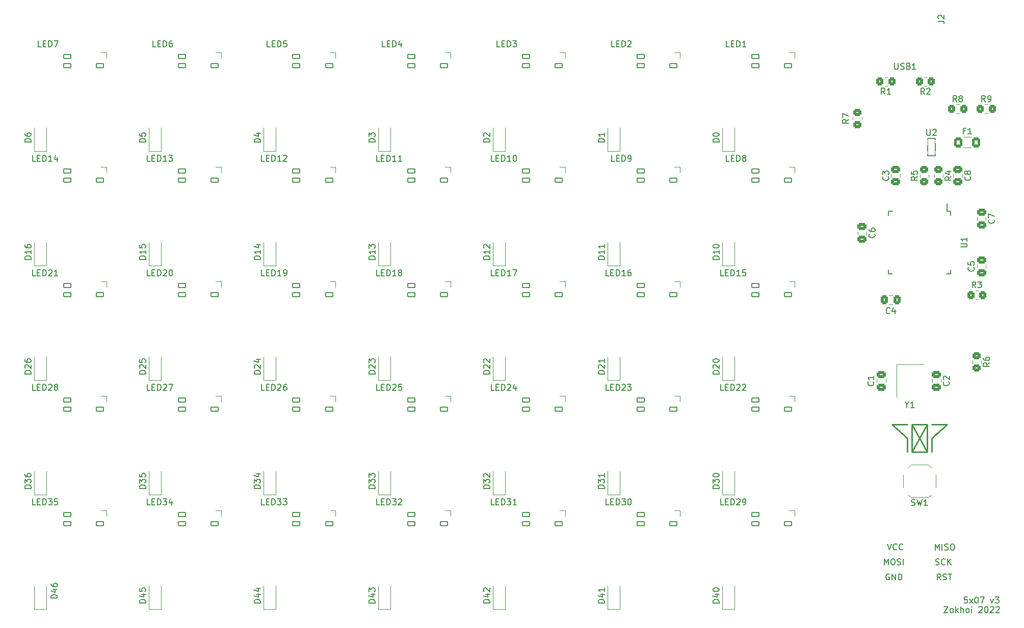
<source format=gto>
%TF.GenerationSoftware,KiCad,Pcbnew,(6.0.6)*%
%TF.CreationDate,2022-09-05T00:53:00+08:00*%
%TF.ProjectId,5x07,35783037-2e6b-4696-9361-645f70636258,rev?*%
%TF.SameCoordinates,Original*%
%TF.FileFunction,Legend,Top*%
%TF.FilePolarity,Positive*%
%FSLAX46Y46*%
G04 Gerber Fmt 4.6, Leading zero omitted, Abs format (unit mm)*
G04 Created by KiCad (PCBNEW (6.0.6)) date 2022-09-05 00:53:00*
%MOMM*%
%LPD*%
G01*
G04 APERTURE LIST*
G04 Aperture macros list*
%AMRoundRect*
0 Rectangle with rounded corners*
0 $1 Rounding radius*
0 $2 $3 $4 $5 $6 $7 $8 $9 X,Y pos of 4 corners*
0 Add a 4 corners polygon primitive as box body*
4,1,4,$2,$3,$4,$5,$6,$7,$8,$9,$2,$3,0*
0 Add four circle primitives for the rounded corners*
1,1,$1+$1,$2,$3*
1,1,$1+$1,$4,$5*
1,1,$1+$1,$6,$7*
1,1,$1+$1,$8,$9*
0 Add four rect primitives between the rounded corners*
20,1,$1+$1,$2,$3,$4,$5,0*
20,1,$1+$1,$4,$5,$6,$7,0*
20,1,$1+$1,$6,$7,$8,$9,0*
20,1,$1+$1,$8,$9,$2,$3,0*%
%AMFreePoly0*
4,1,18,-0.410000,0.265000,0.000000,0.675000,0.328000,0.675000,0.359380,0.668758,0.385983,0.650983,0.403758,0.624380,0.410000,0.593000,0.410000,-0.593000,0.403758,-0.624380,0.385983,-0.650983,0.359380,-0.668758,0.328000,-0.675000,-0.328000,-0.675000,-0.359380,-0.668758,-0.385983,-0.650983,-0.403758,-0.624380,-0.410000,-0.593000,-0.410000,0.265000,-0.410000,0.265000,$1*%
G04 Aperture macros list end*
%ADD10C,0.150000*%
%ADD11C,0.120000*%
%ADD12C,0.240000*%
%ADD13RoundRect,0.082000X-0.593000X0.328000X-0.593000X-0.328000X0.593000X-0.328000X0.593000X0.328000X0*%
%ADD14FreePoly0,270.000000*%
%ADD15R,1.200000X0.900000*%
%ADD16RoundRect,0.250000X0.475000X-0.337500X0.475000X0.337500X-0.475000X0.337500X-0.475000X-0.337500X0*%
%ADD17RoundRect,0.250000X0.450000X-0.350000X0.450000X0.350000X-0.450000X0.350000X-0.450000X-0.350000X0*%
%ADD18RoundRect,0.250001X-0.462499X-0.624999X0.462499X-0.624999X0.462499X0.624999X-0.462499X0.624999X0*%
%ADD19C,0.650000*%
%ADD20R,0.600000X2.450000*%
%ADD21R,0.300000X2.450000*%
%ADD22O,1.000000X1.600000*%
%ADD23O,1.000000X2.100000*%
%ADD24RoundRect,0.250000X-0.450000X0.350000X-0.450000X-0.350000X0.450000X-0.350000X0.450000X0.350000X0*%
%ADD25RoundRect,0.250000X-0.475000X0.337500X-0.475000X-0.337500X0.475000X-0.337500X0.475000X0.337500X0*%
%ADD26RoundRect,0.250000X0.337500X0.475000X-0.337500X0.475000X-0.337500X-0.475000X0.337500X-0.475000X0*%
%ADD27C,3.500000*%
%ADD28RoundRect,0.250000X0.350000X0.450000X-0.350000X0.450000X-0.350000X-0.450000X0.350000X-0.450000X0*%
%ADD29R,0.550000X1.500000*%
%ADD30R,1.500000X0.550000*%
%ADD31RoundRect,0.250000X-0.350000X-0.450000X0.350000X-0.450000X0.350000X0.450000X-0.350000X0.450000X0*%
%ADD32R,0.700000X1.000000*%
%ADD33R,0.700000X0.600000*%
%ADD34C,1.500000*%
%ADD35O,1.200000X1.800000*%
%ADD36R,1.800000X2.100000*%
%ADD37C,1.700000*%
%ADD38C,3.400000*%
%ADD39C,2.000000*%
%ADD40R,1.700000X1.700000*%
%ADD41R,1.800000X1.100000*%
G04 APERTURE END LIST*
D10*
X209130544Y-125983509D02*
X208797211Y-125507319D01*
X208559116Y-125983509D02*
X208559116Y-124983509D01*
X208940068Y-124983509D01*
X209035306Y-125031129D01*
X209082925Y-125078748D01*
X209130544Y-125173986D01*
X209130544Y-125316843D01*
X209082925Y-125412081D01*
X209035306Y-125459700D01*
X208940068Y-125507319D01*
X208559116Y-125507319D01*
X209511497Y-125935890D02*
X209654354Y-125983509D01*
X209892449Y-125983509D01*
X209987687Y-125935890D01*
X210035306Y-125888271D01*
X210082925Y-125793033D01*
X210082925Y-125697795D01*
X210035306Y-125602557D01*
X209987687Y-125554938D01*
X209892449Y-125507319D01*
X209701973Y-125459700D01*
X209606735Y-125412081D01*
X209559116Y-125364462D01*
X209511497Y-125269224D01*
X209511497Y-125173986D01*
X209559116Y-125078748D01*
X209606735Y-125031129D01*
X209701973Y-124983509D01*
X209940068Y-124983509D01*
X210082925Y-125031129D01*
X210368640Y-124983509D02*
X210940068Y-124983509D01*
X210654354Y-125983509D02*
X210654354Y-124983509D01*
X199758039Y-123465821D02*
X199758039Y-122465821D01*
X200091372Y-123180107D01*
X200424706Y-122465821D01*
X200424706Y-123465821D01*
X201091372Y-122465821D02*
X201281848Y-122465821D01*
X201377087Y-122513441D01*
X201472325Y-122608679D01*
X201519944Y-122799155D01*
X201519944Y-123132488D01*
X201472325Y-123322964D01*
X201377087Y-123418202D01*
X201281848Y-123465821D01*
X201091372Y-123465821D01*
X200996134Y-123418202D01*
X200900896Y-123322964D01*
X200853277Y-123132488D01*
X200853277Y-122799155D01*
X200900896Y-122608679D01*
X200996134Y-122513441D01*
X201091372Y-122465821D01*
X201900896Y-123418202D02*
X202043753Y-123465821D01*
X202281848Y-123465821D01*
X202377087Y-123418202D01*
X202424706Y-123370583D01*
X202472325Y-123275345D01*
X202472325Y-123180107D01*
X202424706Y-123084869D01*
X202377087Y-123037250D01*
X202281848Y-122989631D01*
X202091372Y-122942012D01*
X201996134Y-122894393D01*
X201948515Y-122846774D01*
X201900896Y-122751536D01*
X201900896Y-122656298D01*
X201948515Y-122561060D01*
X201996134Y-122513441D01*
X202091372Y-122465821D01*
X202329468Y-122465821D01*
X202472325Y-122513441D01*
X202900896Y-123465821D02*
X202900896Y-122465821D01*
X200257712Y-119980831D02*
X200591046Y-120980831D01*
X200924379Y-119980831D01*
X201829141Y-120885593D02*
X201781522Y-120933212D01*
X201638665Y-120980831D01*
X201543426Y-120980831D01*
X201400569Y-120933212D01*
X201305331Y-120837974D01*
X201257712Y-120742736D01*
X201210093Y-120552260D01*
X201210093Y-120409403D01*
X201257712Y-120218927D01*
X201305331Y-120123689D01*
X201400569Y-120028451D01*
X201543426Y-119980831D01*
X201638665Y-119980831D01*
X201781522Y-120028451D01*
X201829141Y-120076070D01*
X202829141Y-120885593D02*
X202781522Y-120933212D01*
X202638665Y-120980831D01*
X202543426Y-120980831D01*
X202400569Y-120933212D01*
X202305331Y-120837974D01*
X202257712Y-120742736D01*
X202210093Y-120552260D01*
X202210093Y-120409403D01*
X202257712Y-120218927D01*
X202305331Y-120123689D01*
X202400569Y-120028451D01*
X202543426Y-119980831D01*
X202638665Y-119980831D01*
X202781522Y-120028451D01*
X202829141Y-120076070D01*
X213542857Y-128833630D02*
X213066666Y-128833630D01*
X213019047Y-129309821D01*
X213066666Y-129262202D01*
X213161904Y-129214583D01*
X213400000Y-129214583D01*
X213495238Y-129262202D01*
X213542857Y-129309821D01*
X213590476Y-129405059D01*
X213590476Y-129643154D01*
X213542857Y-129738392D01*
X213495238Y-129786011D01*
X213400000Y-129833630D01*
X213161904Y-129833630D01*
X213066666Y-129786011D01*
X213019047Y-129738392D01*
X213923809Y-129833630D02*
X214447619Y-129166964D01*
X213923809Y-129166964D02*
X214447619Y-129833630D01*
X215019047Y-128833630D02*
X215114285Y-128833630D01*
X215209523Y-128881250D01*
X215257142Y-128928869D01*
X215304761Y-129024107D01*
X215352380Y-129214583D01*
X215352380Y-129452678D01*
X215304761Y-129643154D01*
X215257142Y-129738392D01*
X215209523Y-129786011D01*
X215114285Y-129833630D01*
X215019047Y-129833630D01*
X214923809Y-129786011D01*
X214876190Y-129738392D01*
X214828571Y-129643154D01*
X214780952Y-129452678D01*
X214780952Y-129214583D01*
X214828571Y-129024107D01*
X214876190Y-128928869D01*
X214923809Y-128881250D01*
X215019047Y-128833630D01*
X215685714Y-128833630D02*
X216352380Y-128833630D01*
X215923809Y-129833630D01*
X217400000Y-129166964D02*
X217638095Y-129833630D01*
X217876190Y-129166964D01*
X218161904Y-128833630D02*
X218780952Y-128833630D01*
X218447619Y-129214583D01*
X218590476Y-129214583D01*
X218685714Y-129262202D01*
X218733333Y-129309821D01*
X218780952Y-129405059D01*
X218780952Y-129643154D01*
X218733333Y-129738392D01*
X218685714Y-129786011D01*
X218590476Y-129833630D01*
X218304761Y-129833630D01*
X218209523Y-129786011D01*
X218161904Y-129738392D01*
X208204827Y-121002629D02*
X208204827Y-120002629D01*
X208538160Y-120716915D01*
X208871494Y-120002629D01*
X208871494Y-121002629D01*
X209347684Y-121002629D02*
X209347684Y-120002629D01*
X209776256Y-120955010D02*
X209919113Y-121002629D01*
X210157208Y-121002629D01*
X210252446Y-120955010D01*
X210300065Y-120907391D01*
X210347684Y-120812153D01*
X210347684Y-120716915D01*
X210300065Y-120621677D01*
X210252446Y-120574058D01*
X210157208Y-120526439D01*
X209966732Y-120478820D01*
X209871494Y-120431201D01*
X209823875Y-120383582D01*
X209776256Y-120288344D01*
X209776256Y-120193106D01*
X209823875Y-120097868D01*
X209871494Y-120050249D01*
X209966732Y-120002629D01*
X210204827Y-120002629D01*
X210347684Y-120050249D01*
X210966732Y-120002629D02*
X211157208Y-120002629D01*
X211252446Y-120050249D01*
X211347684Y-120145487D01*
X211395303Y-120335963D01*
X211395303Y-120669296D01*
X211347684Y-120859772D01*
X211252446Y-120955010D01*
X211157208Y-121002629D01*
X210966732Y-121002629D01*
X210871494Y-120955010D01*
X210776256Y-120859772D01*
X210728636Y-120669296D01*
X210728636Y-120335963D01*
X210776256Y-120145487D01*
X210871494Y-120050249D01*
X210966732Y-120002629D01*
X208264285Y-123436011D02*
X208407142Y-123483630D01*
X208645238Y-123483630D01*
X208740476Y-123436011D01*
X208788095Y-123388392D01*
X208835714Y-123293154D01*
X208835714Y-123197916D01*
X208788095Y-123102678D01*
X208740476Y-123055059D01*
X208645238Y-123007440D01*
X208454761Y-122959821D01*
X208359523Y-122912202D01*
X208311904Y-122864583D01*
X208264285Y-122769345D01*
X208264285Y-122674107D01*
X208311904Y-122578869D01*
X208359523Y-122531250D01*
X208454761Y-122483630D01*
X208692857Y-122483630D01*
X208835714Y-122531250D01*
X209835714Y-123388392D02*
X209788095Y-123436011D01*
X209645238Y-123483630D01*
X209550000Y-123483630D01*
X209407142Y-123436011D01*
X209311904Y-123340773D01*
X209264285Y-123245535D01*
X209216666Y-123055059D01*
X209216666Y-122912202D01*
X209264285Y-122721726D01*
X209311904Y-122626488D01*
X209407142Y-122531250D01*
X209550000Y-122483630D01*
X209645238Y-122483630D01*
X209788095Y-122531250D01*
X209835714Y-122578869D01*
X210264285Y-123483630D02*
X210264285Y-122483630D01*
X210835714Y-123483630D02*
X210407142Y-122912202D01*
X210835714Y-122483630D02*
X210264285Y-123055059D01*
X200574830Y-125031129D02*
X200479592Y-124983509D01*
X200336735Y-124983509D01*
X200193877Y-125031129D01*
X200098639Y-125126367D01*
X200051020Y-125221605D01*
X200003401Y-125412081D01*
X200003401Y-125554938D01*
X200051020Y-125745414D01*
X200098639Y-125840652D01*
X200193877Y-125935890D01*
X200336735Y-125983509D01*
X200431973Y-125983509D01*
X200574830Y-125935890D01*
X200622449Y-125888271D01*
X200622449Y-125554938D01*
X200431973Y-125554938D01*
X201051020Y-125983509D02*
X201051020Y-124983509D01*
X201622449Y-125983509D01*
X201622449Y-124983509D01*
X202098639Y-125983509D02*
X202098639Y-124983509D01*
X202336735Y-124983509D01*
X202479592Y-125031129D01*
X202574830Y-125126367D01*
X202622449Y-125221605D01*
X202670068Y-125412081D01*
X202670068Y-125554938D01*
X202622449Y-125745414D01*
X202574830Y-125840652D01*
X202479592Y-125935890D01*
X202336735Y-125983509D01*
X202098639Y-125983509D01*
X209693452Y-130421130D02*
X210360119Y-130421130D01*
X209693452Y-131421130D01*
X210360119Y-131421130D01*
X210883928Y-131421130D02*
X210788690Y-131373511D01*
X210741071Y-131325892D01*
X210693452Y-131230654D01*
X210693452Y-130944940D01*
X210741071Y-130849702D01*
X210788690Y-130802083D01*
X210883928Y-130754464D01*
X211026785Y-130754464D01*
X211122023Y-130802083D01*
X211169642Y-130849702D01*
X211217261Y-130944940D01*
X211217261Y-131230654D01*
X211169642Y-131325892D01*
X211122023Y-131373511D01*
X211026785Y-131421130D01*
X210883928Y-131421130D01*
X211645833Y-131421130D02*
X211645833Y-130421130D01*
X211741071Y-131040178D02*
X212026785Y-131421130D01*
X212026785Y-130754464D02*
X211645833Y-131135416D01*
X212455357Y-131421130D02*
X212455357Y-130421130D01*
X212883928Y-131421130D02*
X212883928Y-130897321D01*
X212836309Y-130802083D01*
X212741071Y-130754464D01*
X212598214Y-130754464D01*
X212502976Y-130802083D01*
X212455357Y-130849702D01*
X213502976Y-131421130D02*
X213407738Y-131373511D01*
X213360119Y-131325892D01*
X213312500Y-131230654D01*
X213312500Y-130944940D01*
X213360119Y-130849702D01*
X213407738Y-130802083D01*
X213502976Y-130754464D01*
X213645833Y-130754464D01*
X213741071Y-130802083D01*
X213788690Y-130849702D01*
X213836309Y-130944940D01*
X213836309Y-131230654D01*
X213788690Y-131325892D01*
X213741071Y-131373511D01*
X213645833Y-131421130D01*
X213502976Y-131421130D01*
X214264880Y-131421130D02*
X214264880Y-130754464D01*
X214264880Y-130421130D02*
X214217261Y-130468750D01*
X214264880Y-130516369D01*
X214312500Y-130468750D01*
X214264880Y-130421130D01*
X214264880Y-130516369D01*
X215455357Y-130516369D02*
X215502976Y-130468750D01*
X215598214Y-130421130D01*
X215836309Y-130421130D01*
X215931547Y-130468750D01*
X215979166Y-130516369D01*
X216026785Y-130611607D01*
X216026785Y-130706845D01*
X215979166Y-130849702D01*
X215407738Y-131421130D01*
X216026785Y-131421130D01*
X216645833Y-130421130D02*
X216741071Y-130421130D01*
X216836309Y-130468750D01*
X216883928Y-130516369D01*
X216931547Y-130611607D01*
X216979166Y-130802083D01*
X216979166Y-131040178D01*
X216931547Y-131230654D01*
X216883928Y-131325892D01*
X216836309Y-131373511D01*
X216741071Y-131421130D01*
X216645833Y-131421130D01*
X216550595Y-131373511D01*
X216502976Y-131325892D01*
X216455357Y-131230654D01*
X216407738Y-131040178D01*
X216407738Y-130802083D01*
X216455357Y-130611607D01*
X216502976Y-130516369D01*
X216550595Y-130468750D01*
X216645833Y-130421130D01*
X217360119Y-130516369D02*
X217407738Y-130468750D01*
X217502976Y-130421130D01*
X217741071Y-130421130D01*
X217836309Y-130468750D01*
X217883928Y-130516369D01*
X217931547Y-130611607D01*
X217931547Y-130706845D01*
X217883928Y-130849702D01*
X217312500Y-131421130D01*
X217931547Y-131421130D01*
X218312500Y-130516369D02*
X218360119Y-130468750D01*
X218455357Y-130421130D01*
X218693452Y-130421130D01*
X218788690Y-130468750D01*
X218836309Y-130516369D01*
X218883928Y-130611607D01*
X218883928Y-130706845D01*
X218836309Y-130849702D01*
X218264880Y-131421130D01*
X218883928Y-131421130D01*
%TO.C,LED4*%
X116843869Y-37289880D02*
X116367678Y-37289880D01*
X116367678Y-36289880D01*
X117177202Y-36766071D02*
X117510535Y-36766071D01*
X117653392Y-37289880D02*
X117177202Y-37289880D01*
X117177202Y-36289880D01*
X117653392Y-36289880D01*
X118081964Y-37289880D02*
X118081964Y-36289880D01*
X118320059Y-36289880D01*
X118462916Y-36337500D01*
X118558154Y-36432738D01*
X118605773Y-36527976D01*
X118653392Y-36718452D01*
X118653392Y-36861309D01*
X118605773Y-37051785D01*
X118558154Y-37147023D01*
X118462916Y-37242261D01*
X118320059Y-37289880D01*
X118081964Y-37289880D01*
X119510535Y-36623214D02*
X119510535Y-37289880D01*
X119272440Y-36242261D02*
X119034345Y-36956547D01*
X119653392Y-36956547D01*
%TO.C,D22*%
X134183630Y-91701785D02*
X133183630Y-91701785D01*
X133183630Y-91463690D01*
X133231250Y-91320833D01*
X133326488Y-91225595D01*
X133421726Y-91177976D01*
X133612202Y-91130357D01*
X133755059Y-91130357D01*
X133945535Y-91177976D01*
X134040773Y-91225595D01*
X134136011Y-91320833D01*
X134183630Y-91463690D01*
X134183630Y-91701785D01*
X133278869Y-90749404D02*
X133231250Y-90701785D01*
X133183630Y-90606547D01*
X133183630Y-90368452D01*
X133231250Y-90273214D01*
X133278869Y-90225595D01*
X133374107Y-90177976D01*
X133469345Y-90177976D01*
X133612202Y-90225595D01*
X134183630Y-90797023D01*
X134183630Y-90177976D01*
X133278869Y-89797023D02*
X133231250Y-89749404D01*
X133183630Y-89654166D01*
X133183630Y-89416071D01*
X133231250Y-89320833D01*
X133278869Y-89273214D01*
X133374107Y-89225595D01*
X133469345Y-89225595D01*
X133612202Y-89273214D01*
X134183630Y-89844642D01*
X134183630Y-89225595D01*
%TO.C,LED19*%
X96785238Y-75389880D02*
X96309047Y-75389880D01*
X96309047Y-74389880D01*
X97118571Y-74866071D02*
X97451904Y-74866071D01*
X97594761Y-75389880D02*
X97118571Y-75389880D01*
X97118571Y-74389880D01*
X97594761Y-74389880D01*
X98023333Y-75389880D02*
X98023333Y-74389880D01*
X98261428Y-74389880D01*
X98404285Y-74437500D01*
X98499523Y-74532738D01*
X98547142Y-74627976D01*
X98594761Y-74818452D01*
X98594761Y-74961309D01*
X98547142Y-75151785D01*
X98499523Y-75247023D01*
X98404285Y-75342261D01*
X98261428Y-75389880D01*
X98023333Y-75389880D01*
X99547142Y-75389880D02*
X98975714Y-75389880D01*
X99261428Y-75389880D02*
X99261428Y-74389880D01*
X99166190Y-74532738D01*
X99070952Y-74627976D01*
X98975714Y-74675595D01*
X100023333Y-75389880D02*
X100213809Y-75389880D01*
X100309047Y-75342261D01*
X100356666Y-75294642D01*
X100451904Y-75151785D01*
X100499523Y-74961309D01*
X100499523Y-74580357D01*
X100451904Y-74485119D01*
X100404285Y-74437500D01*
X100309047Y-74389880D01*
X100118571Y-74389880D01*
X100023333Y-74437500D01*
X99975714Y-74485119D01*
X99928095Y-74580357D01*
X99928095Y-74818452D01*
X99975714Y-74913690D01*
X100023333Y-74961309D01*
X100118571Y-75008928D01*
X100309047Y-75008928D01*
X100404285Y-74961309D01*
X100451904Y-74913690D01*
X100499523Y-74818452D01*
%TO.C,D16*%
X57983630Y-72651785D02*
X56983630Y-72651785D01*
X56983630Y-72413690D01*
X57031250Y-72270833D01*
X57126488Y-72175595D01*
X57221726Y-72127976D01*
X57412202Y-72080357D01*
X57555059Y-72080357D01*
X57745535Y-72127976D01*
X57840773Y-72175595D01*
X57936011Y-72270833D01*
X57983630Y-72413690D01*
X57983630Y-72651785D01*
X57983630Y-71127976D02*
X57983630Y-71699404D01*
X57983630Y-71413690D02*
X56983630Y-71413690D01*
X57126488Y-71508928D01*
X57221726Y-71604166D01*
X57269345Y-71699404D01*
X56983630Y-70270833D02*
X56983630Y-70461309D01*
X57031250Y-70556547D01*
X57078869Y-70604166D01*
X57221726Y-70699404D01*
X57412202Y-70747023D01*
X57793154Y-70747023D01*
X57888392Y-70699404D01*
X57936011Y-70651785D01*
X57983630Y-70556547D01*
X57983630Y-70366071D01*
X57936011Y-70270833D01*
X57888392Y-70223214D01*
X57793154Y-70175595D01*
X57555059Y-70175595D01*
X57459821Y-70223214D01*
X57412202Y-70270833D01*
X57364583Y-70366071D01*
X57364583Y-70556547D01*
X57412202Y-70651785D01*
X57459821Y-70699404D01*
X57555059Y-70747023D01*
%TO.C,LED18*%
X115891488Y-75389880D02*
X115415297Y-75389880D01*
X115415297Y-74389880D01*
X116224821Y-74866071D02*
X116558154Y-74866071D01*
X116701011Y-75389880D02*
X116224821Y-75389880D01*
X116224821Y-74389880D01*
X116701011Y-74389880D01*
X117129583Y-75389880D02*
X117129583Y-74389880D01*
X117367678Y-74389880D01*
X117510535Y-74437500D01*
X117605773Y-74532738D01*
X117653392Y-74627976D01*
X117701011Y-74818452D01*
X117701011Y-74961309D01*
X117653392Y-75151785D01*
X117605773Y-75247023D01*
X117510535Y-75342261D01*
X117367678Y-75389880D01*
X117129583Y-75389880D01*
X118653392Y-75389880D02*
X118081964Y-75389880D01*
X118367678Y-75389880D02*
X118367678Y-74389880D01*
X118272440Y-74532738D01*
X118177202Y-74627976D01*
X118081964Y-74675595D01*
X119224821Y-74818452D02*
X119129583Y-74770833D01*
X119081964Y-74723214D01*
X119034345Y-74627976D01*
X119034345Y-74580357D01*
X119081964Y-74485119D01*
X119129583Y-74437500D01*
X119224821Y-74389880D01*
X119415297Y-74389880D01*
X119510535Y-74437500D01*
X119558154Y-74485119D01*
X119605773Y-74580357D01*
X119605773Y-74627976D01*
X119558154Y-74723214D01*
X119510535Y-74770833D01*
X119415297Y-74818452D01*
X119224821Y-74818452D01*
X119129583Y-74866071D01*
X119081964Y-74913690D01*
X119034345Y-75008928D01*
X119034345Y-75199404D01*
X119081964Y-75294642D01*
X119129583Y-75342261D01*
X119224821Y-75389880D01*
X119415297Y-75389880D01*
X119510535Y-75342261D01*
X119558154Y-75294642D01*
X119605773Y-75199404D01*
X119605773Y-75008928D01*
X119558154Y-74913690D01*
X119510535Y-74866071D01*
X119415297Y-74818452D01*
%TO.C,LED34*%
X77791488Y-113489880D02*
X77315297Y-113489880D01*
X77315297Y-112489880D01*
X78124821Y-112966071D02*
X78458154Y-112966071D01*
X78601011Y-113489880D02*
X78124821Y-113489880D01*
X78124821Y-112489880D01*
X78601011Y-112489880D01*
X79029583Y-113489880D02*
X79029583Y-112489880D01*
X79267678Y-112489880D01*
X79410535Y-112537500D01*
X79505773Y-112632738D01*
X79553392Y-112727976D01*
X79601011Y-112918452D01*
X79601011Y-113061309D01*
X79553392Y-113251785D01*
X79505773Y-113347023D01*
X79410535Y-113442261D01*
X79267678Y-113489880D01*
X79029583Y-113489880D01*
X79934345Y-112489880D02*
X80553392Y-112489880D01*
X80220059Y-112870833D01*
X80362916Y-112870833D01*
X80458154Y-112918452D01*
X80505773Y-112966071D01*
X80553392Y-113061309D01*
X80553392Y-113299404D01*
X80505773Y-113394642D01*
X80458154Y-113442261D01*
X80362916Y-113489880D01*
X80077202Y-113489880D01*
X79981964Y-113442261D01*
X79934345Y-113394642D01*
X81410535Y-112823214D02*
X81410535Y-113489880D01*
X81172440Y-112442261D02*
X80934345Y-113156547D01*
X81553392Y-113156547D01*
%TO.C,LED7*%
X59693869Y-37289880D02*
X59217678Y-37289880D01*
X59217678Y-36289880D01*
X60027202Y-36766071D02*
X60360535Y-36766071D01*
X60503392Y-37289880D02*
X60027202Y-37289880D01*
X60027202Y-36289880D01*
X60503392Y-36289880D01*
X60931964Y-37289880D02*
X60931964Y-36289880D01*
X61170059Y-36289880D01*
X61312916Y-36337500D01*
X61408154Y-36432738D01*
X61455773Y-36527976D01*
X61503392Y-36718452D01*
X61503392Y-36861309D01*
X61455773Y-37051785D01*
X61408154Y-37147023D01*
X61312916Y-37242261D01*
X61170059Y-37289880D01*
X60931964Y-37289880D01*
X61836726Y-36289880D02*
X62503392Y-36289880D01*
X62074821Y-37289880D01*
%TO.C,D20*%
X172283630Y-91701785D02*
X171283630Y-91701785D01*
X171283630Y-91463690D01*
X171331250Y-91320833D01*
X171426488Y-91225595D01*
X171521726Y-91177976D01*
X171712202Y-91130357D01*
X171855059Y-91130357D01*
X172045535Y-91177976D01*
X172140773Y-91225595D01*
X172236011Y-91320833D01*
X172283630Y-91463690D01*
X172283630Y-91701785D01*
X171378869Y-90749404D02*
X171331250Y-90701785D01*
X171283630Y-90606547D01*
X171283630Y-90368452D01*
X171331250Y-90273214D01*
X171378869Y-90225595D01*
X171474107Y-90177976D01*
X171569345Y-90177976D01*
X171712202Y-90225595D01*
X172283630Y-90797023D01*
X172283630Y-90177976D01*
X171283630Y-89558928D02*
X171283630Y-89463690D01*
X171331250Y-89368452D01*
X171378869Y-89320833D01*
X171474107Y-89273214D01*
X171664583Y-89225595D01*
X171902678Y-89225595D01*
X172093154Y-89273214D01*
X172188392Y-89320833D01*
X172236011Y-89368452D01*
X172283630Y-89463690D01*
X172283630Y-89558928D01*
X172236011Y-89654166D01*
X172188392Y-89701785D01*
X172093154Y-89749404D01*
X171902678Y-89797023D01*
X171664583Y-89797023D01*
X171474107Y-89749404D01*
X171378869Y-89701785D01*
X171331250Y-89654166D01*
X171283630Y-89558928D01*
%TO.C,C8*%
X214006647Y-58888619D02*
X214054266Y-58936238D01*
X214101885Y-59079095D01*
X214101885Y-59174333D01*
X214054266Y-59317191D01*
X213959028Y-59412429D01*
X213863790Y-59460048D01*
X213673314Y-59507667D01*
X213530457Y-59507667D01*
X213339981Y-59460048D01*
X213244743Y-59412429D01*
X213149505Y-59317191D01*
X213101885Y-59174333D01*
X213101885Y-59079095D01*
X213149505Y-58936238D01*
X213197124Y-58888619D01*
X213530457Y-58317191D02*
X213482838Y-58412429D01*
X213435219Y-58460048D01*
X213339981Y-58507667D01*
X213292362Y-58507667D01*
X213197124Y-58460048D01*
X213149505Y-58412429D01*
X213101885Y-58317191D01*
X213101885Y-58126714D01*
X213149505Y-58031476D01*
X213197124Y-57983857D01*
X213292362Y-57936238D01*
X213339981Y-57936238D01*
X213435219Y-57983857D01*
X213482838Y-58031476D01*
X213530457Y-58126714D01*
X213530457Y-58317191D01*
X213578076Y-58412429D01*
X213625695Y-58460048D01*
X213720933Y-58507667D01*
X213911409Y-58507667D01*
X214006647Y-58460048D01*
X214054266Y-58412429D01*
X214101885Y-58317191D01*
X214101885Y-58126714D01*
X214054266Y-58031476D01*
X214006647Y-57983857D01*
X213911409Y-57936238D01*
X213720933Y-57936238D01*
X213625695Y-57983857D01*
X213578076Y-58031476D01*
X213530457Y-58126714D01*
%TO.C,D40*%
X172283630Y-129801785D02*
X171283630Y-129801785D01*
X171283630Y-129563690D01*
X171331250Y-129420833D01*
X171426488Y-129325595D01*
X171521726Y-129277976D01*
X171712202Y-129230357D01*
X171855059Y-129230357D01*
X172045535Y-129277976D01*
X172140773Y-129325595D01*
X172236011Y-129420833D01*
X172283630Y-129563690D01*
X172283630Y-129801785D01*
X171616964Y-128373214D02*
X172283630Y-128373214D01*
X171236011Y-128611309D02*
X171950297Y-128849404D01*
X171950297Y-128230357D01*
X171283630Y-127658928D02*
X171283630Y-127563690D01*
X171331250Y-127468452D01*
X171378869Y-127420833D01*
X171474107Y-127373214D01*
X171664583Y-127325595D01*
X171902678Y-127325595D01*
X172093154Y-127373214D01*
X172188392Y-127420833D01*
X172236011Y-127468452D01*
X172283630Y-127563690D01*
X172283630Y-127658928D01*
X172236011Y-127754166D01*
X172188392Y-127801785D01*
X172093154Y-127849404D01*
X171902678Y-127897023D01*
X171664583Y-127897023D01*
X171474107Y-127849404D01*
X171378869Y-127801785D01*
X171331250Y-127754166D01*
X171283630Y-127658928D01*
%TO.C,D2*%
X134183630Y-53125595D02*
X133183630Y-53125595D01*
X133183630Y-52887500D01*
X133231250Y-52744642D01*
X133326488Y-52649404D01*
X133421726Y-52601785D01*
X133612202Y-52554166D01*
X133755059Y-52554166D01*
X133945535Y-52601785D01*
X134040773Y-52649404D01*
X134136011Y-52744642D01*
X134183630Y-52887500D01*
X134183630Y-53125595D01*
X133278869Y-52173214D02*
X133231250Y-52125595D01*
X133183630Y-52030357D01*
X133183630Y-51792261D01*
X133231250Y-51697023D01*
X133278869Y-51649404D01*
X133374107Y-51601785D01*
X133469345Y-51601785D01*
X133612202Y-51649404D01*
X134183630Y-52220833D01*
X134183630Y-51601785D01*
%TO.C,LED20*%
X77791488Y-75389880D02*
X77315297Y-75389880D01*
X77315297Y-74389880D01*
X78124821Y-74866071D02*
X78458154Y-74866071D01*
X78601011Y-75389880D02*
X78124821Y-75389880D01*
X78124821Y-74389880D01*
X78601011Y-74389880D01*
X79029583Y-75389880D02*
X79029583Y-74389880D01*
X79267678Y-74389880D01*
X79410535Y-74437500D01*
X79505773Y-74532738D01*
X79553392Y-74627976D01*
X79601011Y-74818452D01*
X79601011Y-74961309D01*
X79553392Y-75151785D01*
X79505773Y-75247023D01*
X79410535Y-75342261D01*
X79267678Y-75389880D01*
X79029583Y-75389880D01*
X79981964Y-74485119D02*
X80029583Y-74437500D01*
X80124821Y-74389880D01*
X80362916Y-74389880D01*
X80458154Y-74437500D01*
X80505773Y-74485119D01*
X80553392Y-74580357D01*
X80553392Y-74675595D01*
X80505773Y-74818452D01*
X79934345Y-75389880D01*
X80553392Y-75389880D01*
X81172440Y-74389880D02*
X81267678Y-74389880D01*
X81362916Y-74437500D01*
X81410535Y-74485119D01*
X81458154Y-74580357D01*
X81505773Y-74770833D01*
X81505773Y-75008928D01*
X81458154Y-75199404D01*
X81410535Y-75294642D01*
X81362916Y-75342261D01*
X81267678Y-75389880D01*
X81172440Y-75389880D01*
X81077202Y-75342261D01*
X81029583Y-75294642D01*
X80981964Y-75199404D01*
X80934345Y-75008928D01*
X80934345Y-74770833D01*
X80981964Y-74580357D01*
X81029583Y-74485119D01*
X81077202Y-74437500D01*
X81172440Y-74389880D01*
%TO.C,D13*%
X115133630Y-72651785D02*
X114133630Y-72651785D01*
X114133630Y-72413690D01*
X114181250Y-72270833D01*
X114276488Y-72175595D01*
X114371726Y-72127976D01*
X114562202Y-72080357D01*
X114705059Y-72080357D01*
X114895535Y-72127976D01*
X114990773Y-72175595D01*
X115086011Y-72270833D01*
X115133630Y-72413690D01*
X115133630Y-72651785D01*
X115133630Y-71127976D02*
X115133630Y-71699404D01*
X115133630Y-71413690D02*
X114133630Y-71413690D01*
X114276488Y-71508928D01*
X114371726Y-71604166D01*
X114419345Y-71699404D01*
X114133630Y-70794642D02*
X114133630Y-70175595D01*
X114514583Y-70508928D01*
X114514583Y-70366071D01*
X114562202Y-70270833D01*
X114609821Y-70223214D01*
X114705059Y-70175595D01*
X114943154Y-70175595D01*
X115038392Y-70223214D01*
X115086011Y-70270833D01*
X115133630Y-70366071D01*
X115133630Y-70651785D01*
X115086011Y-70747023D01*
X115038392Y-70794642D01*
%TO.C,R7*%
X193804120Y-49397045D02*
X193327930Y-49730379D01*
X193804120Y-49968474D02*
X192804120Y-49968474D01*
X192804120Y-49587521D01*
X192851740Y-49492283D01*
X192899359Y-49444664D01*
X192994597Y-49397045D01*
X193137454Y-49397045D01*
X193232692Y-49444664D01*
X193280311Y-49492283D01*
X193327930Y-49587521D01*
X193327930Y-49968474D01*
X192804120Y-49063712D02*
X192804120Y-48397045D01*
X193804120Y-48825617D01*
%TO.C,F1*%
X213185416Y-51289821D02*
X212852083Y-51289821D01*
X212852083Y-51813630D02*
X212852083Y-50813630D01*
X213328273Y-50813630D01*
X214233035Y-51813630D02*
X213661607Y-51813630D01*
X213947321Y-51813630D02*
X213947321Y-50813630D01*
X213852083Y-50956488D01*
X213756845Y-51051726D01*
X213661607Y-51099345D01*
%TO.C,USB1*%
X201461904Y-40036130D02*
X201461904Y-40845654D01*
X201509523Y-40940892D01*
X201557142Y-40988511D01*
X201652380Y-41036130D01*
X201842857Y-41036130D01*
X201938095Y-40988511D01*
X201985714Y-40940892D01*
X202033333Y-40845654D01*
X202033333Y-40036130D01*
X202461904Y-40988511D02*
X202604761Y-41036130D01*
X202842857Y-41036130D01*
X202938095Y-40988511D01*
X202985714Y-40940892D01*
X203033333Y-40845654D01*
X203033333Y-40750416D01*
X202985714Y-40655178D01*
X202938095Y-40607559D01*
X202842857Y-40559940D01*
X202652380Y-40512321D01*
X202557142Y-40464702D01*
X202509523Y-40417083D01*
X202461904Y-40321845D01*
X202461904Y-40226607D01*
X202509523Y-40131369D01*
X202557142Y-40083750D01*
X202652380Y-40036130D01*
X202890476Y-40036130D01*
X203033333Y-40083750D01*
X203795238Y-40512321D02*
X203938095Y-40559940D01*
X203985714Y-40607559D01*
X204033333Y-40702797D01*
X204033333Y-40845654D01*
X203985714Y-40940892D01*
X203938095Y-40988511D01*
X203842857Y-41036130D01*
X203461904Y-41036130D01*
X203461904Y-40036130D01*
X203795238Y-40036130D01*
X203890476Y-40083750D01*
X203938095Y-40131369D01*
X203985714Y-40226607D01*
X203985714Y-40321845D01*
X203938095Y-40417083D01*
X203890476Y-40464702D01*
X203795238Y-40512321D01*
X203461904Y-40512321D01*
X204985714Y-41036130D02*
X204414285Y-41036130D01*
X204700000Y-41036130D02*
X204700000Y-40036130D01*
X204604761Y-40178988D01*
X204509523Y-40274226D01*
X204414285Y-40321845D01*
%TO.C,D23*%
X115133630Y-91701785D02*
X114133630Y-91701785D01*
X114133630Y-91463690D01*
X114181250Y-91320833D01*
X114276488Y-91225595D01*
X114371726Y-91177976D01*
X114562202Y-91130357D01*
X114705059Y-91130357D01*
X114895535Y-91177976D01*
X114990773Y-91225595D01*
X115086011Y-91320833D01*
X115133630Y-91463690D01*
X115133630Y-91701785D01*
X114228869Y-90749404D02*
X114181250Y-90701785D01*
X114133630Y-90606547D01*
X114133630Y-90368452D01*
X114181250Y-90273214D01*
X114228869Y-90225595D01*
X114324107Y-90177976D01*
X114419345Y-90177976D01*
X114562202Y-90225595D01*
X115133630Y-90797023D01*
X115133630Y-90177976D01*
X114133630Y-89844642D02*
X114133630Y-89225595D01*
X114514583Y-89558928D01*
X114514583Y-89416071D01*
X114562202Y-89320833D01*
X114609821Y-89273214D01*
X114705059Y-89225595D01*
X114943154Y-89225595D01*
X115038392Y-89273214D01*
X115086011Y-89320833D01*
X115133630Y-89416071D01*
X115133630Y-89701785D01*
X115086011Y-89797023D01*
X115038392Y-89844642D01*
%TO.C,D10*%
X172283630Y-72651785D02*
X171283630Y-72651785D01*
X171283630Y-72413690D01*
X171331250Y-72270833D01*
X171426488Y-72175595D01*
X171521726Y-72127976D01*
X171712202Y-72080357D01*
X171855059Y-72080357D01*
X172045535Y-72127976D01*
X172140773Y-72175595D01*
X172236011Y-72270833D01*
X172283630Y-72413690D01*
X172283630Y-72651785D01*
X172283630Y-71127976D02*
X172283630Y-71699404D01*
X172283630Y-71413690D02*
X171283630Y-71413690D01*
X171426488Y-71508928D01*
X171521726Y-71604166D01*
X171569345Y-71699404D01*
X171283630Y-70508928D02*
X171283630Y-70413690D01*
X171331250Y-70318452D01*
X171378869Y-70270833D01*
X171474107Y-70223214D01*
X171664583Y-70175595D01*
X171902678Y-70175595D01*
X172093154Y-70223214D01*
X172188392Y-70270833D01*
X172236011Y-70318452D01*
X172283630Y-70413690D01*
X172283630Y-70508928D01*
X172236011Y-70604166D01*
X172188392Y-70651785D01*
X172093154Y-70699404D01*
X171902678Y-70747023D01*
X171664583Y-70747023D01*
X171474107Y-70699404D01*
X171378869Y-70651785D01*
X171331250Y-70604166D01*
X171283630Y-70508928D01*
%TO.C,D35*%
X77033630Y-110751785D02*
X76033630Y-110751785D01*
X76033630Y-110513690D01*
X76081250Y-110370833D01*
X76176488Y-110275595D01*
X76271726Y-110227976D01*
X76462202Y-110180357D01*
X76605059Y-110180357D01*
X76795535Y-110227976D01*
X76890773Y-110275595D01*
X76986011Y-110370833D01*
X77033630Y-110513690D01*
X77033630Y-110751785D01*
X76033630Y-109847023D02*
X76033630Y-109227976D01*
X76414583Y-109561309D01*
X76414583Y-109418452D01*
X76462202Y-109323214D01*
X76509821Y-109275595D01*
X76605059Y-109227976D01*
X76843154Y-109227976D01*
X76938392Y-109275595D01*
X76986011Y-109323214D01*
X77033630Y-109418452D01*
X77033630Y-109704166D01*
X76986011Y-109799404D01*
X76938392Y-109847023D01*
X76033630Y-108323214D02*
X76033630Y-108799404D01*
X76509821Y-108847023D01*
X76462202Y-108799404D01*
X76414583Y-108704166D01*
X76414583Y-108466071D01*
X76462202Y-108370833D01*
X76509821Y-108323214D01*
X76605059Y-108275595D01*
X76843154Y-108275595D01*
X76938392Y-108323214D01*
X76986011Y-108370833D01*
X77033630Y-108466071D01*
X77033630Y-108704166D01*
X76986011Y-108799404D01*
X76938392Y-108847023D01*
%TO.C,LED11*%
X115891488Y-56339880D02*
X115415297Y-56339880D01*
X115415297Y-55339880D01*
X116224821Y-55816071D02*
X116558154Y-55816071D01*
X116701011Y-56339880D02*
X116224821Y-56339880D01*
X116224821Y-55339880D01*
X116701011Y-55339880D01*
X117129583Y-56339880D02*
X117129583Y-55339880D01*
X117367678Y-55339880D01*
X117510535Y-55387500D01*
X117605773Y-55482738D01*
X117653392Y-55577976D01*
X117701011Y-55768452D01*
X117701011Y-55911309D01*
X117653392Y-56101785D01*
X117605773Y-56197023D01*
X117510535Y-56292261D01*
X117367678Y-56339880D01*
X117129583Y-56339880D01*
X118653392Y-56339880D02*
X118081964Y-56339880D01*
X118367678Y-56339880D02*
X118367678Y-55339880D01*
X118272440Y-55482738D01*
X118177202Y-55577976D01*
X118081964Y-55625595D01*
X119605773Y-56339880D02*
X119034345Y-56339880D01*
X119320059Y-56339880D02*
X119320059Y-55339880D01*
X119224821Y-55482738D01*
X119129583Y-55577976D01*
X119034345Y-55625595D01*
%TO.C,R5*%
X205239880Y-58904166D02*
X204763690Y-59237500D01*
X205239880Y-59475595D02*
X204239880Y-59475595D01*
X204239880Y-59094642D01*
X204287500Y-58999404D01*
X204335119Y-58951785D01*
X204430357Y-58904166D01*
X204573214Y-58904166D01*
X204668452Y-58951785D01*
X204716071Y-58999404D01*
X204763690Y-59094642D01*
X204763690Y-59475595D01*
X204239880Y-57999404D02*
X204239880Y-58475595D01*
X204716071Y-58523214D01*
X204668452Y-58475595D01*
X204620833Y-58380357D01*
X204620833Y-58142261D01*
X204668452Y-58047023D01*
X204716071Y-57999404D01*
X204811309Y-57951785D01*
X205049404Y-57951785D01*
X205144642Y-57999404D01*
X205192261Y-58047023D01*
X205239880Y-58142261D01*
X205239880Y-58380357D01*
X205192261Y-58475595D01*
X205144642Y-58523214D01*
%TO.C,D31*%
X153233630Y-110751785D02*
X152233630Y-110751785D01*
X152233630Y-110513690D01*
X152281250Y-110370833D01*
X152376488Y-110275595D01*
X152471726Y-110227976D01*
X152662202Y-110180357D01*
X152805059Y-110180357D01*
X152995535Y-110227976D01*
X153090773Y-110275595D01*
X153186011Y-110370833D01*
X153233630Y-110513690D01*
X153233630Y-110751785D01*
X152233630Y-109847023D02*
X152233630Y-109227976D01*
X152614583Y-109561309D01*
X152614583Y-109418452D01*
X152662202Y-109323214D01*
X152709821Y-109275595D01*
X152805059Y-109227976D01*
X153043154Y-109227976D01*
X153138392Y-109275595D01*
X153186011Y-109323214D01*
X153233630Y-109418452D01*
X153233630Y-109704166D01*
X153186011Y-109799404D01*
X153138392Y-109847023D01*
X153233630Y-108275595D02*
X153233630Y-108847023D01*
X153233630Y-108561309D02*
X152233630Y-108561309D01*
X152376488Y-108656547D01*
X152471726Y-108751785D01*
X152519345Y-108847023D01*
%TO.C,D3*%
X115133630Y-53125595D02*
X114133630Y-53125595D01*
X114133630Y-52887500D01*
X114181250Y-52744642D01*
X114276488Y-52649404D01*
X114371726Y-52601785D01*
X114562202Y-52554166D01*
X114705059Y-52554166D01*
X114895535Y-52601785D01*
X114990773Y-52649404D01*
X115086011Y-52744642D01*
X115133630Y-52887500D01*
X115133630Y-53125595D01*
X114133630Y-52220833D02*
X114133630Y-51601785D01*
X114514583Y-51935119D01*
X114514583Y-51792261D01*
X114562202Y-51697023D01*
X114609821Y-51649404D01*
X114705059Y-51601785D01*
X114943154Y-51601785D01*
X115038392Y-51649404D01*
X115086011Y-51697023D01*
X115133630Y-51792261D01*
X115133630Y-52077976D01*
X115086011Y-52173214D01*
X115038392Y-52220833D01*
%TO.C,D15*%
X77033630Y-72651785D02*
X76033630Y-72651785D01*
X76033630Y-72413690D01*
X76081250Y-72270833D01*
X76176488Y-72175595D01*
X76271726Y-72127976D01*
X76462202Y-72080357D01*
X76605059Y-72080357D01*
X76795535Y-72127976D01*
X76890773Y-72175595D01*
X76986011Y-72270833D01*
X77033630Y-72413690D01*
X77033630Y-72651785D01*
X77033630Y-71127976D02*
X77033630Y-71699404D01*
X77033630Y-71413690D02*
X76033630Y-71413690D01*
X76176488Y-71508928D01*
X76271726Y-71604166D01*
X76319345Y-71699404D01*
X76033630Y-70223214D02*
X76033630Y-70699404D01*
X76509821Y-70747023D01*
X76462202Y-70699404D01*
X76414583Y-70604166D01*
X76414583Y-70366071D01*
X76462202Y-70270833D01*
X76509821Y-70223214D01*
X76605059Y-70175595D01*
X76843154Y-70175595D01*
X76938392Y-70223214D01*
X76986011Y-70270833D01*
X77033630Y-70366071D01*
X77033630Y-70604166D01*
X76986011Y-70699404D01*
X76938392Y-70747023D01*
%TO.C,D34*%
X96083630Y-110751785D02*
X95083630Y-110751785D01*
X95083630Y-110513690D01*
X95131250Y-110370833D01*
X95226488Y-110275595D01*
X95321726Y-110227976D01*
X95512202Y-110180357D01*
X95655059Y-110180357D01*
X95845535Y-110227976D01*
X95940773Y-110275595D01*
X96036011Y-110370833D01*
X96083630Y-110513690D01*
X96083630Y-110751785D01*
X95083630Y-109847023D02*
X95083630Y-109227976D01*
X95464583Y-109561309D01*
X95464583Y-109418452D01*
X95512202Y-109323214D01*
X95559821Y-109275595D01*
X95655059Y-109227976D01*
X95893154Y-109227976D01*
X95988392Y-109275595D01*
X96036011Y-109323214D01*
X96083630Y-109418452D01*
X96083630Y-109704166D01*
X96036011Y-109799404D01*
X95988392Y-109847023D01*
X95416964Y-108370833D02*
X96083630Y-108370833D01*
X95036011Y-108608928D02*
X95750297Y-108847023D01*
X95750297Y-108227976D01*
%TO.C,LED35*%
X58741488Y-113489880D02*
X58265297Y-113489880D01*
X58265297Y-112489880D01*
X59074821Y-112966071D02*
X59408154Y-112966071D01*
X59551011Y-113489880D02*
X59074821Y-113489880D01*
X59074821Y-112489880D01*
X59551011Y-112489880D01*
X59979583Y-113489880D02*
X59979583Y-112489880D01*
X60217678Y-112489880D01*
X60360535Y-112537500D01*
X60455773Y-112632738D01*
X60503392Y-112727976D01*
X60551011Y-112918452D01*
X60551011Y-113061309D01*
X60503392Y-113251785D01*
X60455773Y-113347023D01*
X60360535Y-113442261D01*
X60217678Y-113489880D01*
X59979583Y-113489880D01*
X60884345Y-112489880D02*
X61503392Y-112489880D01*
X61170059Y-112870833D01*
X61312916Y-112870833D01*
X61408154Y-112918452D01*
X61455773Y-112966071D01*
X61503392Y-113061309D01*
X61503392Y-113299404D01*
X61455773Y-113394642D01*
X61408154Y-113442261D01*
X61312916Y-113489880D01*
X61027202Y-113489880D01*
X60931964Y-113442261D01*
X60884345Y-113394642D01*
X62408154Y-112489880D02*
X61931964Y-112489880D01*
X61884345Y-112966071D01*
X61931964Y-112918452D01*
X62027202Y-112870833D01*
X62265297Y-112870833D01*
X62360535Y-112918452D01*
X62408154Y-112966071D01*
X62455773Y-113061309D01*
X62455773Y-113299404D01*
X62408154Y-113394642D01*
X62360535Y-113442261D01*
X62265297Y-113489880D01*
X62027202Y-113489880D01*
X61931964Y-113442261D01*
X61884345Y-113394642D01*
%TO.C,D46*%
X62364880Y-129008035D02*
X61364880Y-129008035D01*
X61364880Y-128769940D01*
X61412500Y-128627083D01*
X61507738Y-128531845D01*
X61602976Y-128484226D01*
X61793452Y-128436607D01*
X61936309Y-128436607D01*
X62126785Y-128484226D01*
X62222023Y-128531845D01*
X62317261Y-128627083D01*
X62364880Y-128769940D01*
X62364880Y-129008035D01*
X61698214Y-127579464D02*
X62364880Y-127579464D01*
X61317261Y-127817559D02*
X62031547Y-128055654D01*
X62031547Y-127436607D01*
X61364880Y-126627083D02*
X61364880Y-126817559D01*
X61412500Y-126912797D01*
X61460119Y-126960416D01*
X61602976Y-127055654D01*
X61793452Y-127103273D01*
X62174404Y-127103273D01*
X62269642Y-127055654D01*
X62317261Y-127008035D01*
X62364880Y-126912797D01*
X62364880Y-126722321D01*
X62317261Y-126627083D01*
X62269642Y-126579464D01*
X62174404Y-126531845D01*
X61936309Y-126531845D01*
X61841071Y-126579464D01*
X61793452Y-126627083D01*
X61745833Y-126722321D01*
X61745833Y-126912797D01*
X61793452Y-127008035D01*
X61841071Y-127055654D01*
X61936309Y-127103273D01*
%TO.C,C3*%
X200382142Y-58904166D02*
X200429761Y-58951785D01*
X200477380Y-59094642D01*
X200477380Y-59189880D01*
X200429761Y-59332738D01*
X200334523Y-59427976D01*
X200239285Y-59475595D01*
X200048809Y-59523214D01*
X199905952Y-59523214D01*
X199715476Y-59475595D01*
X199620238Y-59427976D01*
X199525000Y-59332738D01*
X199477380Y-59189880D01*
X199477380Y-59094642D01*
X199525000Y-58951785D01*
X199572619Y-58904166D01*
X199477380Y-58570833D02*
X199477380Y-57951785D01*
X199858333Y-58285119D01*
X199858333Y-58142261D01*
X199905952Y-58047023D01*
X199953571Y-57999404D01*
X200048809Y-57951785D01*
X200286904Y-57951785D01*
X200382142Y-57999404D01*
X200429761Y-58047023D01*
X200477380Y-58142261D01*
X200477380Y-58427976D01*
X200429761Y-58523214D01*
X200382142Y-58570833D01*
%TO.C,D36*%
X57983630Y-110751785D02*
X56983630Y-110751785D01*
X56983630Y-110513690D01*
X57031250Y-110370833D01*
X57126488Y-110275595D01*
X57221726Y-110227976D01*
X57412202Y-110180357D01*
X57555059Y-110180357D01*
X57745535Y-110227976D01*
X57840773Y-110275595D01*
X57936011Y-110370833D01*
X57983630Y-110513690D01*
X57983630Y-110751785D01*
X56983630Y-109847023D02*
X56983630Y-109227976D01*
X57364583Y-109561309D01*
X57364583Y-109418452D01*
X57412202Y-109323214D01*
X57459821Y-109275595D01*
X57555059Y-109227976D01*
X57793154Y-109227976D01*
X57888392Y-109275595D01*
X57936011Y-109323214D01*
X57983630Y-109418452D01*
X57983630Y-109704166D01*
X57936011Y-109799404D01*
X57888392Y-109847023D01*
X56983630Y-108370833D02*
X56983630Y-108561309D01*
X57031250Y-108656547D01*
X57078869Y-108704166D01*
X57221726Y-108799404D01*
X57412202Y-108847023D01*
X57793154Y-108847023D01*
X57888392Y-108799404D01*
X57936011Y-108751785D01*
X57983630Y-108656547D01*
X57983630Y-108466071D01*
X57936011Y-108370833D01*
X57888392Y-108323214D01*
X57793154Y-108275595D01*
X57555059Y-108275595D01*
X57459821Y-108323214D01*
X57412202Y-108370833D01*
X57364583Y-108466071D01*
X57364583Y-108656547D01*
X57412202Y-108751785D01*
X57459821Y-108799404D01*
X57555059Y-108847023D01*
%TO.C,C4*%
X200669460Y-81589966D02*
X200621841Y-81637585D01*
X200478984Y-81685204D01*
X200383746Y-81685204D01*
X200240888Y-81637585D01*
X200145650Y-81542347D01*
X200098031Y-81447109D01*
X200050412Y-81256633D01*
X200050412Y-81113776D01*
X200098031Y-80923300D01*
X200145650Y-80828062D01*
X200240888Y-80732824D01*
X200383746Y-80685204D01*
X200478984Y-80685204D01*
X200621841Y-80732824D01*
X200669460Y-80780443D01*
X201526603Y-81018538D02*
X201526603Y-81685204D01*
X201288507Y-80637585D02*
X201050412Y-81351871D01*
X201669460Y-81351871D01*
%TO.C,C5*%
X214577142Y-73985416D02*
X214624761Y-74033035D01*
X214672380Y-74175892D01*
X214672380Y-74271130D01*
X214624761Y-74413988D01*
X214529523Y-74509226D01*
X214434285Y-74556845D01*
X214243809Y-74604464D01*
X214100952Y-74604464D01*
X213910476Y-74556845D01*
X213815238Y-74509226D01*
X213720000Y-74413988D01*
X213672380Y-74271130D01*
X213672380Y-74175892D01*
X213720000Y-74033035D01*
X213767619Y-73985416D01*
X213672380Y-73080654D02*
X213672380Y-73556845D01*
X214148571Y-73604464D01*
X214100952Y-73556845D01*
X214053333Y-73461607D01*
X214053333Y-73223511D01*
X214100952Y-73128273D01*
X214148571Y-73080654D01*
X214243809Y-73033035D01*
X214481904Y-73033035D01*
X214577142Y-73080654D01*
X214624761Y-73128273D01*
X214672380Y-73223511D01*
X214672380Y-73461607D01*
X214624761Y-73556845D01*
X214577142Y-73604464D01*
%TO.C,C6*%
X198093392Y-68429166D02*
X198141011Y-68476785D01*
X198188630Y-68619642D01*
X198188630Y-68714880D01*
X198141011Y-68857738D01*
X198045773Y-68952976D01*
X197950535Y-69000595D01*
X197760059Y-69048214D01*
X197617202Y-69048214D01*
X197426726Y-69000595D01*
X197331488Y-68952976D01*
X197236250Y-68857738D01*
X197188630Y-68714880D01*
X197188630Y-68619642D01*
X197236250Y-68476785D01*
X197283869Y-68429166D01*
X197188630Y-67572023D02*
X197188630Y-67762500D01*
X197236250Y-67857738D01*
X197283869Y-67905357D01*
X197426726Y-68000595D01*
X197617202Y-68048214D01*
X197998154Y-68048214D01*
X198093392Y-68000595D01*
X198141011Y-67952976D01*
X198188630Y-67857738D01*
X198188630Y-67667261D01*
X198141011Y-67572023D01*
X198093392Y-67524404D01*
X197998154Y-67476785D01*
X197760059Y-67476785D01*
X197664821Y-67524404D01*
X197617202Y-67572023D01*
X197569583Y-67667261D01*
X197569583Y-67857738D01*
X197617202Y-67952976D01*
X197664821Y-68000595D01*
X197760059Y-68048214D01*
%TO.C,LED5*%
X97737619Y-37289880D02*
X97261428Y-37289880D01*
X97261428Y-36289880D01*
X98070952Y-36766071D02*
X98404285Y-36766071D01*
X98547142Y-37289880D02*
X98070952Y-37289880D01*
X98070952Y-36289880D01*
X98547142Y-36289880D01*
X98975714Y-37289880D02*
X98975714Y-36289880D01*
X99213809Y-36289880D01*
X99356666Y-36337500D01*
X99451904Y-36432738D01*
X99499523Y-36527976D01*
X99547142Y-36718452D01*
X99547142Y-36861309D01*
X99499523Y-37051785D01*
X99451904Y-37147023D01*
X99356666Y-37242261D01*
X99213809Y-37289880D01*
X98975714Y-37289880D01*
X100451904Y-36289880D02*
X99975714Y-36289880D01*
X99928095Y-36766071D01*
X99975714Y-36718452D01*
X100070952Y-36670833D01*
X100309047Y-36670833D01*
X100404285Y-36718452D01*
X100451904Y-36766071D01*
X100499523Y-36861309D01*
X100499523Y-37099404D01*
X100451904Y-37194642D01*
X100404285Y-37242261D01*
X100309047Y-37289880D01*
X100070952Y-37289880D01*
X99975714Y-37242261D01*
X99928095Y-37194642D01*
%TO.C,LED24*%
X134941488Y-94439880D02*
X134465297Y-94439880D01*
X134465297Y-93439880D01*
X135274821Y-93916071D02*
X135608154Y-93916071D01*
X135751011Y-94439880D02*
X135274821Y-94439880D01*
X135274821Y-93439880D01*
X135751011Y-93439880D01*
X136179583Y-94439880D02*
X136179583Y-93439880D01*
X136417678Y-93439880D01*
X136560535Y-93487500D01*
X136655773Y-93582738D01*
X136703392Y-93677976D01*
X136751011Y-93868452D01*
X136751011Y-94011309D01*
X136703392Y-94201785D01*
X136655773Y-94297023D01*
X136560535Y-94392261D01*
X136417678Y-94439880D01*
X136179583Y-94439880D01*
X137131964Y-93535119D02*
X137179583Y-93487500D01*
X137274821Y-93439880D01*
X137512916Y-93439880D01*
X137608154Y-93487500D01*
X137655773Y-93535119D01*
X137703392Y-93630357D01*
X137703392Y-93725595D01*
X137655773Y-93868452D01*
X137084345Y-94439880D01*
X137703392Y-94439880D01*
X138560535Y-93773214D02*
X138560535Y-94439880D01*
X138322440Y-93392261D02*
X138084345Y-94106547D01*
X138703392Y-94106547D01*
%TO.C,LED13*%
X77791488Y-56339880D02*
X77315297Y-56339880D01*
X77315297Y-55339880D01*
X78124821Y-55816071D02*
X78458154Y-55816071D01*
X78601011Y-56339880D02*
X78124821Y-56339880D01*
X78124821Y-55339880D01*
X78601011Y-55339880D01*
X79029583Y-56339880D02*
X79029583Y-55339880D01*
X79267678Y-55339880D01*
X79410535Y-55387500D01*
X79505773Y-55482738D01*
X79553392Y-55577976D01*
X79601011Y-55768452D01*
X79601011Y-55911309D01*
X79553392Y-56101785D01*
X79505773Y-56197023D01*
X79410535Y-56292261D01*
X79267678Y-56339880D01*
X79029583Y-56339880D01*
X80553392Y-56339880D02*
X79981964Y-56339880D01*
X80267678Y-56339880D02*
X80267678Y-55339880D01*
X80172440Y-55482738D01*
X80077202Y-55577976D01*
X79981964Y-55625595D01*
X80886726Y-55339880D02*
X81505773Y-55339880D01*
X81172440Y-55720833D01*
X81315297Y-55720833D01*
X81410535Y-55768452D01*
X81458154Y-55816071D01*
X81505773Y-55911309D01*
X81505773Y-56149404D01*
X81458154Y-56244642D01*
X81410535Y-56292261D01*
X81315297Y-56339880D01*
X81029583Y-56339880D01*
X80934345Y-56292261D01*
X80886726Y-56244642D01*
%TO.C,D6*%
X57983630Y-53125595D02*
X56983630Y-53125595D01*
X56983630Y-52887500D01*
X57031250Y-52744642D01*
X57126488Y-52649404D01*
X57221726Y-52601785D01*
X57412202Y-52554166D01*
X57555059Y-52554166D01*
X57745535Y-52601785D01*
X57840773Y-52649404D01*
X57936011Y-52744642D01*
X57983630Y-52887500D01*
X57983630Y-53125595D01*
X56983630Y-51697023D02*
X56983630Y-51887500D01*
X57031250Y-51982738D01*
X57078869Y-52030357D01*
X57221726Y-52125595D01*
X57412202Y-52173214D01*
X57793154Y-52173214D01*
X57888392Y-52125595D01*
X57936011Y-52077976D01*
X57983630Y-51982738D01*
X57983630Y-51792261D01*
X57936011Y-51697023D01*
X57888392Y-51649404D01*
X57793154Y-51601785D01*
X57555059Y-51601785D01*
X57459821Y-51649404D01*
X57412202Y-51697023D01*
X57364583Y-51792261D01*
X57364583Y-51982738D01*
X57412202Y-52077976D01*
X57459821Y-52125595D01*
X57555059Y-52173214D01*
%TO.C,LED8*%
X173993869Y-56339880D02*
X173517678Y-56339880D01*
X173517678Y-55339880D01*
X174327202Y-55816071D02*
X174660535Y-55816071D01*
X174803392Y-56339880D02*
X174327202Y-56339880D01*
X174327202Y-55339880D01*
X174803392Y-55339880D01*
X175231964Y-56339880D02*
X175231964Y-55339880D01*
X175470059Y-55339880D01*
X175612916Y-55387500D01*
X175708154Y-55482738D01*
X175755773Y-55577976D01*
X175803392Y-55768452D01*
X175803392Y-55911309D01*
X175755773Y-56101785D01*
X175708154Y-56197023D01*
X175612916Y-56292261D01*
X175470059Y-56339880D01*
X175231964Y-56339880D01*
X176374821Y-55768452D02*
X176279583Y-55720833D01*
X176231964Y-55673214D01*
X176184345Y-55577976D01*
X176184345Y-55530357D01*
X176231964Y-55435119D01*
X176279583Y-55387500D01*
X176374821Y-55339880D01*
X176565297Y-55339880D01*
X176660535Y-55387500D01*
X176708154Y-55435119D01*
X176755773Y-55530357D01*
X176755773Y-55577976D01*
X176708154Y-55673214D01*
X176660535Y-55720833D01*
X176565297Y-55768452D01*
X176374821Y-55768452D01*
X176279583Y-55816071D01*
X176231964Y-55863690D01*
X176184345Y-55958928D01*
X176184345Y-56149404D01*
X176231964Y-56244642D01*
X176279583Y-56292261D01*
X176374821Y-56339880D01*
X176565297Y-56339880D01*
X176660535Y-56292261D01*
X176708154Y-56244642D01*
X176755773Y-56149404D01*
X176755773Y-55958928D01*
X176708154Y-55863690D01*
X176660535Y-55816071D01*
X176565297Y-55768452D01*
%TO.C,LED25*%
X115891488Y-94439880D02*
X115415297Y-94439880D01*
X115415297Y-93439880D01*
X116224821Y-93916071D02*
X116558154Y-93916071D01*
X116701011Y-94439880D02*
X116224821Y-94439880D01*
X116224821Y-93439880D01*
X116701011Y-93439880D01*
X117129583Y-94439880D02*
X117129583Y-93439880D01*
X117367678Y-93439880D01*
X117510535Y-93487500D01*
X117605773Y-93582738D01*
X117653392Y-93677976D01*
X117701011Y-93868452D01*
X117701011Y-94011309D01*
X117653392Y-94201785D01*
X117605773Y-94297023D01*
X117510535Y-94392261D01*
X117367678Y-94439880D01*
X117129583Y-94439880D01*
X118081964Y-93535119D02*
X118129583Y-93487500D01*
X118224821Y-93439880D01*
X118462916Y-93439880D01*
X118558154Y-93487500D01*
X118605773Y-93535119D01*
X118653392Y-93630357D01*
X118653392Y-93725595D01*
X118605773Y-93868452D01*
X118034345Y-94439880D01*
X118653392Y-94439880D01*
X119558154Y-93439880D02*
X119081964Y-93439880D01*
X119034345Y-93916071D01*
X119081964Y-93868452D01*
X119177202Y-93820833D01*
X119415297Y-93820833D01*
X119510535Y-93868452D01*
X119558154Y-93916071D01*
X119605773Y-94011309D01*
X119605773Y-94249404D01*
X119558154Y-94344642D01*
X119510535Y-94392261D01*
X119415297Y-94439880D01*
X119177202Y-94439880D01*
X119081964Y-94392261D01*
X119034345Y-94344642D01*
%TO.C,D1*%
X153233630Y-53125595D02*
X152233630Y-53125595D01*
X152233630Y-52887500D01*
X152281250Y-52744642D01*
X152376488Y-52649404D01*
X152471726Y-52601785D01*
X152662202Y-52554166D01*
X152805059Y-52554166D01*
X152995535Y-52601785D01*
X153090773Y-52649404D01*
X153186011Y-52744642D01*
X153233630Y-52887500D01*
X153233630Y-53125595D01*
X153233630Y-51601785D02*
X153233630Y-52173214D01*
X153233630Y-51887500D02*
X152233630Y-51887500D01*
X152376488Y-51982738D01*
X152471726Y-52077976D01*
X152519345Y-52173214D01*
%TO.C,D43*%
X115133630Y-129801785D02*
X114133630Y-129801785D01*
X114133630Y-129563690D01*
X114181250Y-129420833D01*
X114276488Y-129325595D01*
X114371726Y-129277976D01*
X114562202Y-129230357D01*
X114705059Y-129230357D01*
X114895535Y-129277976D01*
X114990773Y-129325595D01*
X115086011Y-129420833D01*
X115133630Y-129563690D01*
X115133630Y-129801785D01*
X114466964Y-128373214D02*
X115133630Y-128373214D01*
X114086011Y-128611309D02*
X114800297Y-128849404D01*
X114800297Y-128230357D01*
X114133630Y-127944642D02*
X114133630Y-127325595D01*
X114514583Y-127658928D01*
X114514583Y-127516071D01*
X114562202Y-127420833D01*
X114609821Y-127373214D01*
X114705059Y-127325595D01*
X114943154Y-127325595D01*
X115038392Y-127373214D01*
X115086011Y-127420833D01*
X115133630Y-127516071D01*
X115133630Y-127801785D01*
X115086011Y-127897023D01*
X115038392Y-127944642D01*
%TO.C,LED17*%
X134941488Y-75389880D02*
X134465297Y-75389880D01*
X134465297Y-74389880D01*
X135274821Y-74866071D02*
X135608154Y-74866071D01*
X135751011Y-75389880D02*
X135274821Y-75389880D01*
X135274821Y-74389880D01*
X135751011Y-74389880D01*
X136179583Y-75389880D02*
X136179583Y-74389880D01*
X136417678Y-74389880D01*
X136560535Y-74437500D01*
X136655773Y-74532738D01*
X136703392Y-74627976D01*
X136751011Y-74818452D01*
X136751011Y-74961309D01*
X136703392Y-75151785D01*
X136655773Y-75247023D01*
X136560535Y-75342261D01*
X136417678Y-75389880D01*
X136179583Y-75389880D01*
X137703392Y-75389880D02*
X137131964Y-75389880D01*
X137417678Y-75389880D02*
X137417678Y-74389880D01*
X137322440Y-74532738D01*
X137227202Y-74627976D01*
X137131964Y-74675595D01*
X138036726Y-74389880D02*
X138703392Y-74389880D01*
X138274821Y-75389880D01*
%TO.C,R1*%
X199858333Y-45186130D02*
X199525000Y-44709940D01*
X199286904Y-45186130D02*
X199286904Y-44186130D01*
X199667857Y-44186130D01*
X199763095Y-44233750D01*
X199810714Y-44281369D01*
X199858333Y-44376607D01*
X199858333Y-44519464D01*
X199810714Y-44614702D01*
X199763095Y-44662321D01*
X199667857Y-44709940D01*
X199286904Y-44709940D01*
X200810714Y-45186130D02*
X200239285Y-45186130D01*
X200525000Y-45186130D02*
X200525000Y-44186130D01*
X200429761Y-44328988D01*
X200334523Y-44424226D01*
X200239285Y-44471845D01*
%TO.C,D4*%
X96083630Y-53125595D02*
X95083630Y-53125595D01*
X95083630Y-52887500D01*
X95131250Y-52744642D01*
X95226488Y-52649404D01*
X95321726Y-52601785D01*
X95512202Y-52554166D01*
X95655059Y-52554166D01*
X95845535Y-52601785D01*
X95940773Y-52649404D01*
X96036011Y-52744642D01*
X96083630Y-52887500D01*
X96083630Y-53125595D01*
X95416964Y-51697023D02*
X96083630Y-51697023D01*
X95036011Y-51935119D02*
X95750297Y-52173214D01*
X95750297Y-51554166D01*
%TO.C,D21*%
X153233630Y-91701785D02*
X152233630Y-91701785D01*
X152233630Y-91463690D01*
X152281250Y-91320833D01*
X152376488Y-91225595D01*
X152471726Y-91177976D01*
X152662202Y-91130357D01*
X152805059Y-91130357D01*
X152995535Y-91177976D01*
X153090773Y-91225595D01*
X153186011Y-91320833D01*
X153233630Y-91463690D01*
X153233630Y-91701785D01*
X152328869Y-90749404D02*
X152281250Y-90701785D01*
X152233630Y-90606547D01*
X152233630Y-90368452D01*
X152281250Y-90273214D01*
X152328869Y-90225595D01*
X152424107Y-90177976D01*
X152519345Y-90177976D01*
X152662202Y-90225595D01*
X153233630Y-90797023D01*
X153233630Y-90177976D01*
X153233630Y-89225595D02*
X153233630Y-89797023D01*
X153233630Y-89511309D02*
X152233630Y-89511309D01*
X152376488Y-89606547D01*
X152471726Y-89701785D01*
X152519345Y-89797023D01*
%TO.C,LED30*%
X153991488Y-113489880D02*
X153515297Y-113489880D01*
X153515297Y-112489880D01*
X154324821Y-112966071D02*
X154658154Y-112966071D01*
X154801011Y-113489880D02*
X154324821Y-113489880D01*
X154324821Y-112489880D01*
X154801011Y-112489880D01*
X155229583Y-113489880D02*
X155229583Y-112489880D01*
X155467678Y-112489880D01*
X155610535Y-112537500D01*
X155705773Y-112632738D01*
X155753392Y-112727976D01*
X155801011Y-112918452D01*
X155801011Y-113061309D01*
X155753392Y-113251785D01*
X155705773Y-113347023D01*
X155610535Y-113442261D01*
X155467678Y-113489880D01*
X155229583Y-113489880D01*
X156134345Y-112489880D02*
X156753392Y-112489880D01*
X156420059Y-112870833D01*
X156562916Y-112870833D01*
X156658154Y-112918452D01*
X156705773Y-112966071D01*
X156753392Y-113061309D01*
X156753392Y-113299404D01*
X156705773Y-113394642D01*
X156658154Y-113442261D01*
X156562916Y-113489880D01*
X156277202Y-113489880D01*
X156181964Y-113442261D01*
X156134345Y-113394642D01*
X157372440Y-112489880D02*
X157467678Y-112489880D01*
X157562916Y-112537500D01*
X157610535Y-112585119D01*
X157658154Y-112680357D01*
X157705773Y-112870833D01*
X157705773Y-113108928D01*
X157658154Y-113299404D01*
X157610535Y-113394642D01*
X157562916Y-113442261D01*
X157467678Y-113489880D01*
X157372440Y-113489880D01*
X157277202Y-113442261D01*
X157229583Y-113394642D01*
X157181964Y-113299404D01*
X157134345Y-113108928D01*
X157134345Y-112870833D01*
X157181964Y-112680357D01*
X157229583Y-112585119D01*
X157277202Y-112537500D01*
X157372440Y-112489880D01*
%TO.C,U1*%
X212483630Y-70611904D02*
X213293154Y-70611904D01*
X213388392Y-70564285D01*
X213436011Y-70516666D01*
X213483630Y-70421428D01*
X213483630Y-70230952D01*
X213436011Y-70135714D01*
X213388392Y-70088095D01*
X213293154Y-70040476D01*
X212483630Y-70040476D01*
X213483630Y-69040476D02*
X213483630Y-69611904D01*
X213483630Y-69326190D02*
X212483630Y-69326190D01*
X212626488Y-69421428D01*
X212721726Y-69516666D01*
X212769345Y-69611904D01*
%TO.C,C1*%
X197908392Y-93035416D02*
X197956011Y-93083035D01*
X198003630Y-93225892D01*
X198003630Y-93321130D01*
X197956011Y-93463988D01*
X197860773Y-93559226D01*
X197765535Y-93606845D01*
X197575059Y-93654464D01*
X197432202Y-93654464D01*
X197241726Y-93606845D01*
X197146488Y-93559226D01*
X197051250Y-93463988D01*
X197003630Y-93321130D01*
X197003630Y-93225892D01*
X197051250Y-93083035D01*
X197098869Y-93035416D01*
X198003630Y-92083035D02*
X198003630Y-92654464D01*
X198003630Y-92368750D02*
X197003630Y-92368750D01*
X197146488Y-92463988D01*
X197241726Y-92559226D01*
X197289345Y-92654464D01*
%TO.C,D42*%
X134183630Y-129801785D02*
X133183630Y-129801785D01*
X133183630Y-129563690D01*
X133231250Y-129420833D01*
X133326488Y-129325595D01*
X133421726Y-129277976D01*
X133612202Y-129230357D01*
X133755059Y-129230357D01*
X133945535Y-129277976D01*
X134040773Y-129325595D01*
X134136011Y-129420833D01*
X134183630Y-129563690D01*
X134183630Y-129801785D01*
X133516964Y-128373214D02*
X134183630Y-128373214D01*
X133136011Y-128611309D02*
X133850297Y-128849404D01*
X133850297Y-128230357D01*
X133278869Y-127897023D02*
X133231250Y-127849404D01*
X133183630Y-127754166D01*
X133183630Y-127516071D01*
X133231250Y-127420833D01*
X133278869Y-127373214D01*
X133374107Y-127325595D01*
X133469345Y-127325595D01*
X133612202Y-127373214D01*
X134183630Y-127944642D01*
X134183630Y-127325595D01*
%TO.C,LED27*%
X77791488Y-94439880D02*
X77315297Y-94439880D01*
X77315297Y-93439880D01*
X78124821Y-93916071D02*
X78458154Y-93916071D01*
X78601011Y-94439880D02*
X78124821Y-94439880D01*
X78124821Y-93439880D01*
X78601011Y-93439880D01*
X79029583Y-94439880D02*
X79029583Y-93439880D01*
X79267678Y-93439880D01*
X79410535Y-93487500D01*
X79505773Y-93582738D01*
X79553392Y-93677976D01*
X79601011Y-93868452D01*
X79601011Y-94011309D01*
X79553392Y-94201785D01*
X79505773Y-94297023D01*
X79410535Y-94392261D01*
X79267678Y-94439880D01*
X79029583Y-94439880D01*
X79981964Y-93535119D02*
X80029583Y-93487500D01*
X80124821Y-93439880D01*
X80362916Y-93439880D01*
X80458154Y-93487500D01*
X80505773Y-93535119D01*
X80553392Y-93630357D01*
X80553392Y-93725595D01*
X80505773Y-93868452D01*
X79934345Y-94439880D01*
X80553392Y-94439880D01*
X80886726Y-93439880D02*
X81553392Y-93439880D01*
X81124821Y-94439880D01*
%TO.C,LED1*%
X173993869Y-37289880D02*
X173517678Y-37289880D01*
X173517678Y-36289880D01*
X174327202Y-36766071D02*
X174660535Y-36766071D01*
X174803392Y-37289880D02*
X174327202Y-37289880D01*
X174327202Y-36289880D01*
X174803392Y-36289880D01*
X175231964Y-37289880D02*
X175231964Y-36289880D01*
X175470059Y-36289880D01*
X175612916Y-36337500D01*
X175708154Y-36432738D01*
X175755773Y-36527976D01*
X175803392Y-36718452D01*
X175803392Y-36861309D01*
X175755773Y-37051785D01*
X175708154Y-37147023D01*
X175612916Y-37242261D01*
X175470059Y-37289880D01*
X175231964Y-37289880D01*
X176755773Y-37289880D02*
X176184345Y-37289880D01*
X176470059Y-37289880D02*
X176470059Y-36289880D01*
X176374821Y-36432738D01*
X176279583Y-36527976D01*
X176184345Y-36575595D01*
%TO.C,D24*%
X96083630Y-91701785D02*
X95083630Y-91701785D01*
X95083630Y-91463690D01*
X95131250Y-91320833D01*
X95226488Y-91225595D01*
X95321726Y-91177976D01*
X95512202Y-91130357D01*
X95655059Y-91130357D01*
X95845535Y-91177976D01*
X95940773Y-91225595D01*
X96036011Y-91320833D01*
X96083630Y-91463690D01*
X96083630Y-91701785D01*
X95178869Y-90749404D02*
X95131250Y-90701785D01*
X95083630Y-90606547D01*
X95083630Y-90368452D01*
X95131250Y-90273214D01*
X95178869Y-90225595D01*
X95274107Y-90177976D01*
X95369345Y-90177976D01*
X95512202Y-90225595D01*
X96083630Y-90797023D01*
X96083630Y-90177976D01*
X95416964Y-89320833D02*
X96083630Y-89320833D01*
X95036011Y-89558928D02*
X95750297Y-89797023D01*
X95750297Y-89177976D01*
%TO.C,D45*%
X77033630Y-129801785D02*
X76033630Y-129801785D01*
X76033630Y-129563690D01*
X76081250Y-129420833D01*
X76176488Y-129325595D01*
X76271726Y-129277976D01*
X76462202Y-129230357D01*
X76605059Y-129230357D01*
X76795535Y-129277976D01*
X76890773Y-129325595D01*
X76986011Y-129420833D01*
X77033630Y-129563690D01*
X77033630Y-129801785D01*
X76366964Y-128373214D02*
X77033630Y-128373214D01*
X75986011Y-128611309D02*
X76700297Y-128849404D01*
X76700297Y-128230357D01*
X76033630Y-127373214D02*
X76033630Y-127849404D01*
X76509821Y-127897023D01*
X76462202Y-127849404D01*
X76414583Y-127754166D01*
X76414583Y-127516071D01*
X76462202Y-127420833D01*
X76509821Y-127373214D01*
X76605059Y-127325595D01*
X76843154Y-127325595D01*
X76938392Y-127373214D01*
X76986011Y-127420833D01*
X77033630Y-127516071D01*
X77033630Y-127754166D01*
X76986011Y-127849404D01*
X76938392Y-127897023D01*
%TO.C,D30*%
X172283630Y-110751785D02*
X171283630Y-110751785D01*
X171283630Y-110513690D01*
X171331250Y-110370833D01*
X171426488Y-110275595D01*
X171521726Y-110227976D01*
X171712202Y-110180357D01*
X171855059Y-110180357D01*
X172045535Y-110227976D01*
X172140773Y-110275595D01*
X172236011Y-110370833D01*
X172283630Y-110513690D01*
X172283630Y-110751785D01*
X171283630Y-109847023D02*
X171283630Y-109227976D01*
X171664583Y-109561309D01*
X171664583Y-109418452D01*
X171712202Y-109323214D01*
X171759821Y-109275595D01*
X171855059Y-109227976D01*
X172093154Y-109227976D01*
X172188392Y-109275595D01*
X172236011Y-109323214D01*
X172283630Y-109418452D01*
X172283630Y-109704166D01*
X172236011Y-109799404D01*
X172188392Y-109847023D01*
X171283630Y-108608928D02*
X171283630Y-108513690D01*
X171331250Y-108418452D01*
X171378869Y-108370833D01*
X171474107Y-108323214D01*
X171664583Y-108275595D01*
X171902678Y-108275595D01*
X172093154Y-108323214D01*
X172188392Y-108370833D01*
X172236011Y-108418452D01*
X172283630Y-108513690D01*
X172283630Y-108608928D01*
X172236011Y-108704166D01*
X172188392Y-108751785D01*
X172093154Y-108799404D01*
X171902678Y-108847023D01*
X171664583Y-108847023D01*
X171474107Y-108799404D01*
X171378869Y-108751785D01*
X171331250Y-108704166D01*
X171283630Y-108608928D01*
%TO.C,D14*%
X96083630Y-72651785D02*
X95083630Y-72651785D01*
X95083630Y-72413690D01*
X95131250Y-72270833D01*
X95226488Y-72175595D01*
X95321726Y-72127976D01*
X95512202Y-72080357D01*
X95655059Y-72080357D01*
X95845535Y-72127976D01*
X95940773Y-72175595D01*
X96036011Y-72270833D01*
X96083630Y-72413690D01*
X96083630Y-72651785D01*
X96083630Y-71127976D02*
X96083630Y-71699404D01*
X96083630Y-71413690D02*
X95083630Y-71413690D01*
X95226488Y-71508928D01*
X95321726Y-71604166D01*
X95369345Y-71699404D01*
X95416964Y-70270833D02*
X96083630Y-70270833D01*
X95036011Y-70508928D02*
X95750297Y-70747023D01*
X95750297Y-70127976D01*
%TO.C,LED14*%
X58741488Y-56339880D02*
X58265297Y-56339880D01*
X58265297Y-55339880D01*
X59074821Y-55816071D02*
X59408154Y-55816071D01*
X59551011Y-56339880D02*
X59074821Y-56339880D01*
X59074821Y-55339880D01*
X59551011Y-55339880D01*
X59979583Y-56339880D02*
X59979583Y-55339880D01*
X60217678Y-55339880D01*
X60360535Y-55387500D01*
X60455773Y-55482738D01*
X60503392Y-55577976D01*
X60551011Y-55768452D01*
X60551011Y-55911309D01*
X60503392Y-56101785D01*
X60455773Y-56197023D01*
X60360535Y-56292261D01*
X60217678Y-56339880D01*
X59979583Y-56339880D01*
X61503392Y-56339880D02*
X60931964Y-56339880D01*
X61217678Y-56339880D02*
X61217678Y-55339880D01*
X61122440Y-55482738D01*
X61027202Y-55577976D01*
X60931964Y-55625595D01*
X62360535Y-55673214D02*
X62360535Y-56339880D01*
X62122440Y-55292261D02*
X61884345Y-56006547D01*
X62503392Y-56006547D01*
%TO.C,LED28*%
X58741488Y-94439880D02*
X58265297Y-94439880D01*
X58265297Y-93439880D01*
X59074821Y-93916071D02*
X59408154Y-93916071D01*
X59551011Y-94439880D02*
X59074821Y-94439880D01*
X59074821Y-93439880D01*
X59551011Y-93439880D01*
X59979583Y-94439880D02*
X59979583Y-93439880D01*
X60217678Y-93439880D01*
X60360535Y-93487500D01*
X60455773Y-93582738D01*
X60503392Y-93677976D01*
X60551011Y-93868452D01*
X60551011Y-94011309D01*
X60503392Y-94201785D01*
X60455773Y-94297023D01*
X60360535Y-94392261D01*
X60217678Y-94439880D01*
X59979583Y-94439880D01*
X60931964Y-93535119D02*
X60979583Y-93487500D01*
X61074821Y-93439880D01*
X61312916Y-93439880D01*
X61408154Y-93487500D01*
X61455773Y-93535119D01*
X61503392Y-93630357D01*
X61503392Y-93725595D01*
X61455773Y-93868452D01*
X60884345Y-94439880D01*
X61503392Y-94439880D01*
X62074821Y-93868452D02*
X61979583Y-93820833D01*
X61931964Y-93773214D01*
X61884345Y-93677976D01*
X61884345Y-93630357D01*
X61931964Y-93535119D01*
X61979583Y-93487500D01*
X62074821Y-93439880D01*
X62265297Y-93439880D01*
X62360535Y-93487500D01*
X62408154Y-93535119D01*
X62455773Y-93630357D01*
X62455773Y-93677976D01*
X62408154Y-93773214D01*
X62360535Y-93820833D01*
X62265297Y-93868452D01*
X62074821Y-93868452D01*
X61979583Y-93916071D01*
X61931964Y-93963690D01*
X61884345Y-94058928D01*
X61884345Y-94249404D01*
X61931964Y-94344642D01*
X61979583Y-94392261D01*
X62074821Y-94439880D01*
X62265297Y-94439880D01*
X62360535Y-94392261D01*
X62408154Y-94344642D01*
X62455773Y-94249404D01*
X62455773Y-94058928D01*
X62408154Y-93963690D01*
X62360535Y-93916071D01*
X62265297Y-93868452D01*
%TO.C,LED15*%
X173041488Y-75389880D02*
X172565297Y-75389880D01*
X172565297Y-74389880D01*
X173374821Y-74866071D02*
X173708154Y-74866071D01*
X173851011Y-75389880D02*
X173374821Y-75389880D01*
X173374821Y-74389880D01*
X173851011Y-74389880D01*
X174279583Y-75389880D02*
X174279583Y-74389880D01*
X174517678Y-74389880D01*
X174660535Y-74437500D01*
X174755773Y-74532738D01*
X174803392Y-74627976D01*
X174851011Y-74818452D01*
X174851011Y-74961309D01*
X174803392Y-75151785D01*
X174755773Y-75247023D01*
X174660535Y-75342261D01*
X174517678Y-75389880D01*
X174279583Y-75389880D01*
X175803392Y-75389880D02*
X175231964Y-75389880D01*
X175517678Y-75389880D02*
X175517678Y-74389880D01*
X175422440Y-74532738D01*
X175327202Y-74627976D01*
X175231964Y-74675595D01*
X176708154Y-74389880D02*
X176231964Y-74389880D01*
X176184345Y-74866071D01*
X176231964Y-74818452D01*
X176327202Y-74770833D01*
X176565297Y-74770833D01*
X176660535Y-74818452D01*
X176708154Y-74866071D01*
X176755773Y-74961309D01*
X176755773Y-75199404D01*
X176708154Y-75294642D01*
X176660535Y-75342261D01*
X176565297Y-75389880D01*
X176327202Y-75389880D01*
X176231964Y-75342261D01*
X176184345Y-75294642D01*
%TO.C,D32*%
X134183630Y-110751785D02*
X133183630Y-110751785D01*
X133183630Y-110513690D01*
X133231250Y-110370833D01*
X133326488Y-110275595D01*
X133421726Y-110227976D01*
X133612202Y-110180357D01*
X133755059Y-110180357D01*
X133945535Y-110227976D01*
X134040773Y-110275595D01*
X134136011Y-110370833D01*
X134183630Y-110513690D01*
X134183630Y-110751785D01*
X133183630Y-109847023D02*
X133183630Y-109227976D01*
X133564583Y-109561309D01*
X133564583Y-109418452D01*
X133612202Y-109323214D01*
X133659821Y-109275595D01*
X133755059Y-109227976D01*
X133993154Y-109227976D01*
X134088392Y-109275595D01*
X134136011Y-109323214D01*
X134183630Y-109418452D01*
X134183630Y-109704166D01*
X134136011Y-109799404D01*
X134088392Y-109847023D01*
X133278869Y-108847023D02*
X133231250Y-108799404D01*
X133183630Y-108704166D01*
X133183630Y-108466071D01*
X133231250Y-108370833D01*
X133278869Y-108323214D01*
X133374107Y-108275595D01*
X133469345Y-108275595D01*
X133612202Y-108323214D01*
X134183630Y-108894642D01*
X134183630Y-108275595D01*
%TO.C,LED32*%
X115891488Y-113489880D02*
X115415297Y-113489880D01*
X115415297Y-112489880D01*
X116224821Y-112966071D02*
X116558154Y-112966071D01*
X116701011Y-113489880D02*
X116224821Y-113489880D01*
X116224821Y-112489880D01*
X116701011Y-112489880D01*
X117129583Y-113489880D02*
X117129583Y-112489880D01*
X117367678Y-112489880D01*
X117510535Y-112537500D01*
X117605773Y-112632738D01*
X117653392Y-112727976D01*
X117701011Y-112918452D01*
X117701011Y-113061309D01*
X117653392Y-113251785D01*
X117605773Y-113347023D01*
X117510535Y-113442261D01*
X117367678Y-113489880D01*
X117129583Y-113489880D01*
X118034345Y-112489880D02*
X118653392Y-112489880D01*
X118320059Y-112870833D01*
X118462916Y-112870833D01*
X118558154Y-112918452D01*
X118605773Y-112966071D01*
X118653392Y-113061309D01*
X118653392Y-113299404D01*
X118605773Y-113394642D01*
X118558154Y-113442261D01*
X118462916Y-113489880D01*
X118177202Y-113489880D01*
X118081964Y-113442261D01*
X118034345Y-113394642D01*
X119034345Y-112585119D02*
X119081964Y-112537500D01*
X119177202Y-112489880D01*
X119415297Y-112489880D01*
X119510535Y-112537500D01*
X119558154Y-112585119D01*
X119605773Y-112680357D01*
X119605773Y-112775595D01*
X119558154Y-112918452D01*
X118986726Y-113489880D01*
X119605773Y-113489880D01*
%TO.C,D33*%
X115133630Y-110751785D02*
X114133630Y-110751785D01*
X114133630Y-110513690D01*
X114181250Y-110370833D01*
X114276488Y-110275595D01*
X114371726Y-110227976D01*
X114562202Y-110180357D01*
X114705059Y-110180357D01*
X114895535Y-110227976D01*
X114990773Y-110275595D01*
X115086011Y-110370833D01*
X115133630Y-110513690D01*
X115133630Y-110751785D01*
X114133630Y-109847023D02*
X114133630Y-109227976D01*
X114514583Y-109561309D01*
X114514583Y-109418452D01*
X114562202Y-109323214D01*
X114609821Y-109275595D01*
X114705059Y-109227976D01*
X114943154Y-109227976D01*
X115038392Y-109275595D01*
X115086011Y-109323214D01*
X115133630Y-109418452D01*
X115133630Y-109704166D01*
X115086011Y-109799404D01*
X115038392Y-109847023D01*
X114133630Y-108894642D02*
X114133630Y-108275595D01*
X114514583Y-108608928D01*
X114514583Y-108466071D01*
X114562202Y-108370833D01*
X114609821Y-108323214D01*
X114705059Y-108275595D01*
X114943154Y-108275595D01*
X115038392Y-108323214D01*
X115086011Y-108370833D01*
X115133630Y-108466071D01*
X115133630Y-108751785D01*
X115086011Y-108847023D01*
X115038392Y-108894642D01*
%TO.C,LED21*%
X58741488Y-75389880D02*
X58265297Y-75389880D01*
X58265297Y-74389880D01*
X59074821Y-74866071D02*
X59408154Y-74866071D01*
X59551011Y-75389880D02*
X59074821Y-75389880D01*
X59074821Y-74389880D01*
X59551011Y-74389880D01*
X59979583Y-75389880D02*
X59979583Y-74389880D01*
X60217678Y-74389880D01*
X60360535Y-74437500D01*
X60455773Y-74532738D01*
X60503392Y-74627976D01*
X60551011Y-74818452D01*
X60551011Y-74961309D01*
X60503392Y-75151785D01*
X60455773Y-75247023D01*
X60360535Y-75342261D01*
X60217678Y-75389880D01*
X59979583Y-75389880D01*
X60931964Y-74485119D02*
X60979583Y-74437500D01*
X61074821Y-74389880D01*
X61312916Y-74389880D01*
X61408154Y-74437500D01*
X61455773Y-74485119D01*
X61503392Y-74580357D01*
X61503392Y-74675595D01*
X61455773Y-74818452D01*
X60884345Y-75389880D01*
X61503392Y-75389880D01*
X62455773Y-75389880D02*
X61884345Y-75389880D01*
X62170059Y-75389880D02*
X62170059Y-74389880D01*
X62074821Y-74532738D01*
X61979583Y-74627976D01*
X61884345Y-74675595D01*
%TO.C,LED6*%
X78743869Y-37289880D02*
X78267678Y-37289880D01*
X78267678Y-36289880D01*
X79077202Y-36766071D02*
X79410535Y-36766071D01*
X79553392Y-37289880D02*
X79077202Y-37289880D01*
X79077202Y-36289880D01*
X79553392Y-36289880D01*
X79981964Y-37289880D02*
X79981964Y-36289880D01*
X80220059Y-36289880D01*
X80362916Y-36337500D01*
X80458154Y-36432738D01*
X80505773Y-36527976D01*
X80553392Y-36718452D01*
X80553392Y-36861309D01*
X80505773Y-37051785D01*
X80458154Y-37147023D01*
X80362916Y-37242261D01*
X80220059Y-37289880D01*
X79981964Y-37289880D01*
X81410535Y-36289880D02*
X81220059Y-36289880D01*
X81124821Y-36337500D01*
X81077202Y-36385119D01*
X80981964Y-36527976D01*
X80934345Y-36718452D01*
X80934345Y-37099404D01*
X80981964Y-37194642D01*
X81029583Y-37242261D01*
X81124821Y-37289880D01*
X81315297Y-37289880D01*
X81410535Y-37242261D01*
X81458154Y-37194642D01*
X81505773Y-37099404D01*
X81505773Y-36861309D01*
X81458154Y-36766071D01*
X81410535Y-36718452D01*
X81315297Y-36670833D01*
X81124821Y-36670833D01*
X81029583Y-36718452D01*
X80981964Y-36766071D01*
X80934345Y-36861309D01*
%TO.C,D12*%
X134183630Y-72651785D02*
X133183630Y-72651785D01*
X133183630Y-72413690D01*
X133231250Y-72270833D01*
X133326488Y-72175595D01*
X133421726Y-72127976D01*
X133612202Y-72080357D01*
X133755059Y-72080357D01*
X133945535Y-72127976D01*
X134040773Y-72175595D01*
X134136011Y-72270833D01*
X134183630Y-72413690D01*
X134183630Y-72651785D01*
X134183630Y-71127976D02*
X134183630Y-71699404D01*
X134183630Y-71413690D02*
X133183630Y-71413690D01*
X133326488Y-71508928D01*
X133421726Y-71604166D01*
X133469345Y-71699404D01*
X133278869Y-70747023D02*
X133231250Y-70699404D01*
X133183630Y-70604166D01*
X133183630Y-70366071D01*
X133231250Y-70270833D01*
X133278869Y-70223214D01*
X133374107Y-70175595D01*
X133469345Y-70175595D01*
X133612202Y-70223214D01*
X134183630Y-70794642D01*
X134183630Y-70175595D01*
%TO.C,LED23*%
X153991488Y-94439880D02*
X153515297Y-94439880D01*
X153515297Y-93439880D01*
X154324821Y-93916071D02*
X154658154Y-93916071D01*
X154801011Y-94439880D02*
X154324821Y-94439880D01*
X154324821Y-93439880D01*
X154801011Y-93439880D01*
X155229583Y-94439880D02*
X155229583Y-93439880D01*
X155467678Y-93439880D01*
X155610535Y-93487500D01*
X155705773Y-93582738D01*
X155753392Y-93677976D01*
X155801011Y-93868452D01*
X155801011Y-94011309D01*
X155753392Y-94201785D01*
X155705773Y-94297023D01*
X155610535Y-94392261D01*
X155467678Y-94439880D01*
X155229583Y-94439880D01*
X156181964Y-93535119D02*
X156229583Y-93487500D01*
X156324821Y-93439880D01*
X156562916Y-93439880D01*
X156658154Y-93487500D01*
X156705773Y-93535119D01*
X156753392Y-93630357D01*
X156753392Y-93725595D01*
X156705773Y-93868452D01*
X156134345Y-94439880D01*
X156753392Y-94439880D01*
X157086726Y-93439880D02*
X157705773Y-93439880D01*
X157372440Y-93820833D01*
X157515297Y-93820833D01*
X157610535Y-93868452D01*
X157658154Y-93916071D01*
X157705773Y-94011309D01*
X157705773Y-94249404D01*
X157658154Y-94344642D01*
X157610535Y-94392261D01*
X157515297Y-94439880D01*
X157229583Y-94439880D01*
X157134345Y-94392261D01*
X157086726Y-94344642D01*
%TO.C,LED29*%
X173041488Y-113489880D02*
X172565297Y-113489880D01*
X172565297Y-112489880D01*
X173374821Y-112966071D02*
X173708154Y-112966071D01*
X173851011Y-113489880D02*
X173374821Y-113489880D01*
X173374821Y-112489880D01*
X173851011Y-112489880D01*
X174279583Y-113489880D02*
X174279583Y-112489880D01*
X174517678Y-112489880D01*
X174660535Y-112537500D01*
X174755773Y-112632738D01*
X174803392Y-112727976D01*
X174851011Y-112918452D01*
X174851011Y-113061309D01*
X174803392Y-113251785D01*
X174755773Y-113347023D01*
X174660535Y-113442261D01*
X174517678Y-113489880D01*
X174279583Y-113489880D01*
X175231964Y-112585119D02*
X175279583Y-112537500D01*
X175374821Y-112489880D01*
X175612916Y-112489880D01*
X175708154Y-112537500D01*
X175755773Y-112585119D01*
X175803392Y-112680357D01*
X175803392Y-112775595D01*
X175755773Y-112918452D01*
X175184345Y-113489880D01*
X175803392Y-113489880D01*
X176279583Y-113489880D02*
X176470059Y-113489880D01*
X176565297Y-113442261D01*
X176612916Y-113394642D01*
X176708154Y-113251785D01*
X176755773Y-113061309D01*
X176755773Y-112680357D01*
X176708154Y-112585119D01*
X176660535Y-112537500D01*
X176565297Y-112489880D01*
X176374821Y-112489880D01*
X176279583Y-112537500D01*
X176231964Y-112585119D01*
X176184345Y-112680357D01*
X176184345Y-112918452D01*
X176231964Y-113013690D01*
X176279583Y-113061309D01*
X176374821Y-113108928D01*
X176565297Y-113108928D01*
X176660535Y-113061309D01*
X176708154Y-113013690D01*
X176755773Y-112918452D01*
%TO.C,D11*%
X153233630Y-72651785D02*
X152233630Y-72651785D01*
X152233630Y-72413690D01*
X152281250Y-72270833D01*
X152376488Y-72175595D01*
X152471726Y-72127976D01*
X152662202Y-72080357D01*
X152805059Y-72080357D01*
X152995535Y-72127976D01*
X153090773Y-72175595D01*
X153186011Y-72270833D01*
X153233630Y-72413690D01*
X153233630Y-72651785D01*
X153233630Y-71127976D02*
X153233630Y-71699404D01*
X153233630Y-71413690D02*
X152233630Y-71413690D01*
X152376488Y-71508928D01*
X152471726Y-71604166D01*
X152519345Y-71699404D01*
X153233630Y-70175595D02*
X153233630Y-70747023D01*
X153233630Y-70461309D02*
X152233630Y-70461309D01*
X152376488Y-70556547D01*
X152471726Y-70651785D01*
X152519345Y-70747023D01*
%TO.C,R2*%
X206417094Y-45191116D02*
X206083761Y-44714926D01*
X205845665Y-45191116D02*
X205845665Y-44191116D01*
X206226618Y-44191116D01*
X206321856Y-44238736D01*
X206369475Y-44286355D01*
X206417094Y-44381593D01*
X206417094Y-44524450D01*
X206369475Y-44619688D01*
X206321856Y-44667307D01*
X206226618Y-44714926D01*
X205845665Y-44714926D01*
X206798046Y-44286355D02*
X206845665Y-44238736D01*
X206940903Y-44191116D01*
X207178999Y-44191116D01*
X207274237Y-44238736D01*
X207321856Y-44286355D01*
X207369475Y-44381593D01*
X207369475Y-44476831D01*
X207321856Y-44619688D01*
X206750427Y-45191116D01*
X207369475Y-45191116D01*
%TO.C,LED16*%
X153991488Y-75389880D02*
X153515297Y-75389880D01*
X153515297Y-74389880D01*
X154324821Y-74866071D02*
X154658154Y-74866071D01*
X154801011Y-75389880D02*
X154324821Y-75389880D01*
X154324821Y-74389880D01*
X154801011Y-74389880D01*
X155229583Y-75389880D02*
X155229583Y-74389880D01*
X155467678Y-74389880D01*
X155610535Y-74437500D01*
X155705773Y-74532738D01*
X155753392Y-74627976D01*
X155801011Y-74818452D01*
X155801011Y-74961309D01*
X155753392Y-75151785D01*
X155705773Y-75247023D01*
X155610535Y-75342261D01*
X155467678Y-75389880D01*
X155229583Y-75389880D01*
X156753392Y-75389880D02*
X156181964Y-75389880D01*
X156467678Y-75389880D02*
X156467678Y-74389880D01*
X156372440Y-74532738D01*
X156277202Y-74627976D01*
X156181964Y-74675595D01*
X157610535Y-74389880D02*
X157420059Y-74389880D01*
X157324821Y-74437500D01*
X157277202Y-74485119D01*
X157181964Y-74627976D01*
X157134345Y-74818452D01*
X157134345Y-75199404D01*
X157181964Y-75294642D01*
X157229583Y-75342261D01*
X157324821Y-75389880D01*
X157515297Y-75389880D01*
X157610535Y-75342261D01*
X157658154Y-75294642D01*
X157705773Y-75199404D01*
X157705773Y-74961309D01*
X157658154Y-74866071D01*
X157610535Y-74818452D01*
X157515297Y-74770833D01*
X157324821Y-74770833D01*
X157229583Y-74818452D01*
X157181964Y-74866071D01*
X157134345Y-74961309D01*
%TO.C,LED3*%
X135893869Y-37289880D02*
X135417678Y-37289880D01*
X135417678Y-36289880D01*
X136227202Y-36766071D02*
X136560535Y-36766071D01*
X136703392Y-37289880D02*
X136227202Y-37289880D01*
X136227202Y-36289880D01*
X136703392Y-36289880D01*
X137131964Y-37289880D02*
X137131964Y-36289880D01*
X137370059Y-36289880D01*
X137512916Y-36337500D01*
X137608154Y-36432738D01*
X137655773Y-36527976D01*
X137703392Y-36718452D01*
X137703392Y-36861309D01*
X137655773Y-37051785D01*
X137608154Y-37147023D01*
X137512916Y-37242261D01*
X137370059Y-37289880D01*
X137131964Y-37289880D01*
X138036726Y-36289880D02*
X138655773Y-36289880D01*
X138322440Y-36670833D01*
X138465297Y-36670833D01*
X138560535Y-36718452D01*
X138608154Y-36766071D01*
X138655773Y-36861309D01*
X138655773Y-37099404D01*
X138608154Y-37194642D01*
X138560535Y-37242261D01*
X138465297Y-37289880D01*
X138179583Y-37289880D01*
X138084345Y-37242261D01*
X138036726Y-37194642D01*
%TO.C,D0*%
X172283630Y-53125595D02*
X171283630Y-53125595D01*
X171283630Y-52887500D01*
X171331250Y-52744642D01*
X171426488Y-52649404D01*
X171521726Y-52601785D01*
X171712202Y-52554166D01*
X171855059Y-52554166D01*
X172045535Y-52601785D01*
X172140773Y-52649404D01*
X172236011Y-52744642D01*
X172283630Y-52887500D01*
X172283630Y-53125595D01*
X171283630Y-51935119D02*
X171283630Y-51839880D01*
X171331250Y-51744642D01*
X171378869Y-51697023D01*
X171474107Y-51649404D01*
X171664583Y-51601785D01*
X171902678Y-51601785D01*
X172093154Y-51649404D01*
X172188392Y-51697023D01*
X172236011Y-51744642D01*
X172283630Y-51839880D01*
X172283630Y-51935119D01*
X172236011Y-52030357D01*
X172188392Y-52077976D01*
X172093154Y-52125595D01*
X171902678Y-52173214D01*
X171664583Y-52173214D01*
X171474107Y-52125595D01*
X171378869Y-52077976D01*
X171331250Y-52030357D01*
X171283630Y-51935119D01*
%TO.C,LED22*%
X173041488Y-94439880D02*
X172565297Y-94439880D01*
X172565297Y-93439880D01*
X173374821Y-93916071D02*
X173708154Y-93916071D01*
X173851011Y-94439880D02*
X173374821Y-94439880D01*
X173374821Y-93439880D01*
X173851011Y-93439880D01*
X174279583Y-94439880D02*
X174279583Y-93439880D01*
X174517678Y-93439880D01*
X174660535Y-93487500D01*
X174755773Y-93582738D01*
X174803392Y-93677976D01*
X174851011Y-93868452D01*
X174851011Y-94011309D01*
X174803392Y-94201785D01*
X174755773Y-94297023D01*
X174660535Y-94392261D01*
X174517678Y-94439880D01*
X174279583Y-94439880D01*
X175231964Y-93535119D02*
X175279583Y-93487500D01*
X175374821Y-93439880D01*
X175612916Y-93439880D01*
X175708154Y-93487500D01*
X175755773Y-93535119D01*
X175803392Y-93630357D01*
X175803392Y-93725595D01*
X175755773Y-93868452D01*
X175184345Y-94439880D01*
X175803392Y-94439880D01*
X176184345Y-93535119D02*
X176231964Y-93487500D01*
X176327202Y-93439880D01*
X176565297Y-93439880D01*
X176660535Y-93487500D01*
X176708154Y-93535119D01*
X176755773Y-93630357D01*
X176755773Y-93725595D01*
X176708154Y-93868452D01*
X176136726Y-94439880D01*
X176755773Y-94439880D01*
%TO.C,R8*%
X211770833Y-46427380D02*
X211437500Y-45951190D01*
X211199404Y-46427380D02*
X211199404Y-45427380D01*
X211580357Y-45427380D01*
X211675595Y-45475000D01*
X211723214Y-45522619D01*
X211770833Y-45617857D01*
X211770833Y-45760714D01*
X211723214Y-45855952D01*
X211675595Y-45903571D01*
X211580357Y-45951190D01*
X211199404Y-45951190D01*
X212342261Y-45855952D02*
X212247023Y-45808333D01*
X212199404Y-45760714D01*
X212151785Y-45665476D01*
X212151785Y-45617857D01*
X212199404Y-45522619D01*
X212247023Y-45475000D01*
X212342261Y-45427380D01*
X212532738Y-45427380D01*
X212627976Y-45475000D01*
X212675595Y-45522619D01*
X212723214Y-45617857D01*
X212723214Y-45665476D01*
X212675595Y-45760714D01*
X212627976Y-45808333D01*
X212532738Y-45855952D01*
X212342261Y-45855952D01*
X212247023Y-45903571D01*
X212199404Y-45951190D01*
X212151785Y-46046428D01*
X212151785Y-46236904D01*
X212199404Y-46332142D01*
X212247023Y-46379761D01*
X212342261Y-46427380D01*
X212532738Y-46427380D01*
X212627976Y-46379761D01*
X212675595Y-46332142D01*
X212723214Y-46236904D01*
X212723214Y-46046428D01*
X212675595Y-45951190D01*
X212627976Y-45903571D01*
X212532738Y-45855952D01*
%TO.C,LED26*%
X96785238Y-94439880D02*
X96309047Y-94439880D01*
X96309047Y-93439880D01*
X97118571Y-93916071D02*
X97451904Y-93916071D01*
X97594761Y-94439880D02*
X97118571Y-94439880D01*
X97118571Y-93439880D01*
X97594761Y-93439880D01*
X98023333Y-94439880D02*
X98023333Y-93439880D01*
X98261428Y-93439880D01*
X98404285Y-93487500D01*
X98499523Y-93582738D01*
X98547142Y-93677976D01*
X98594761Y-93868452D01*
X98594761Y-94011309D01*
X98547142Y-94201785D01*
X98499523Y-94297023D01*
X98404285Y-94392261D01*
X98261428Y-94439880D01*
X98023333Y-94439880D01*
X98975714Y-93535119D02*
X99023333Y-93487500D01*
X99118571Y-93439880D01*
X99356666Y-93439880D01*
X99451904Y-93487500D01*
X99499523Y-93535119D01*
X99547142Y-93630357D01*
X99547142Y-93725595D01*
X99499523Y-93868452D01*
X98928095Y-94439880D01*
X99547142Y-94439880D01*
X100404285Y-93439880D02*
X100213809Y-93439880D01*
X100118571Y-93487500D01*
X100070952Y-93535119D01*
X99975714Y-93677976D01*
X99928095Y-93868452D01*
X99928095Y-94249404D01*
X99975714Y-94344642D01*
X100023333Y-94392261D01*
X100118571Y-94439880D01*
X100309047Y-94439880D01*
X100404285Y-94392261D01*
X100451904Y-94344642D01*
X100499523Y-94249404D01*
X100499523Y-94011309D01*
X100451904Y-93916071D01*
X100404285Y-93868452D01*
X100309047Y-93820833D01*
X100118571Y-93820833D01*
X100023333Y-93868452D01*
X99975714Y-93916071D01*
X99928095Y-94011309D01*
%TO.C,D26*%
X57983630Y-91701785D02*
X56983630Y-91701785D01*
X56983630Y-91463690D01*
X57031250Y-91320833D01*
X57126488Y-91225595D01*
X57221726Y-91177976D01*
X57412202Y-91130357D01*
X57555059Y-91130357D01*
X57745535Y-91177976D01*
X57840773Y-91225595D01*
X57936011Y-91320833D01*
X57983630Y-91463690D01*
X57983630Y-91701785D01*
X57078869Y-90749404D02*
X57031250Y-90701785D01*
X56983630Y-90606547D01*
X56983630Y-90368452D01*
X57031250Y-90273214D01*
X57078869Y-90225595D01*
X57174107Y-90177976D01*
X57269345Y-90177976D01*
X57412202Y-90225595D01*
X57983630Y-90797023D01*
X57983630Y-90177976D01*
X56983630Y-89320833D02*
X56983630Y-89511309D01*
X57031250Y-89606547D01*
X57078869Y-89654166D01*
X57221726Y-89749404D01*
X57412202Y-89797023D01*
X57793154Y-89797023D01*
X57888392Y-89749404D01*
X57936011Y-89701785D01*
X57983630Y-89606547D01*
X57983630Y-89416071D01*
X57936011Y-89320833D01*
X57888392Y-89273214D01*
X57793154Y-89225595D01*
X57555059Y-89225595D01*
X57459821Y-89273214D01*
X57412202Y-89320833D01*
X57364583Y-89416071D01*
X57364583Y-89606547D01*
X57412202Y-89701785D01*
X57459821Y-89749404D01*
X57555059Y-89797023D01*
%TO.C,LED33*%
X96785238Y-113489880D02*
X96309047Y-113489880D01*
X96309047Y-112489880D01*
X97118571Y-112966071D02*
X97451904Y-112966071D01*
X97594761Y-113489880D02*
X97118571Y-113489880D01*
X97118571Y-112489880D01*
X97594761Y-112489880D01*
X98023333Y-113489880D02*
X98023333Y-112489880D01*
X98261428Y-112489880D01*
X98404285Y-112537500D01*
X98499523Y-112632738D01*
X98547142Y-112727976D01*
X98594761Y-112918452D01*
X98594761Y-113061309D01*
X98547142Y-113251785D01*
X98499523Y-113347023D01*
X98404285Y-113442261D01*
X98261428Y-113489880D01*
X98023333Y-113489880D01*
X98928095Y-112489880D02*
X99547142Y-112489880D01*
X99213809Y-112870833D01*
X99356666Y-112870833D01*
X99451904Y-112918452D01*
X99499523Y-112966071D01*
X99547142Y-113061309D01*
X99547142Y-113299404D01*
X99499523Y-113394642D01*
X99451904Y-113442261D01*
X99356666Y-113489880D01*
X99070952Y-113489880D01*
X98975714Y-113442261D01*
X98928095Y-113394642D01*
X99880476Y-112489880D02*
X100499523Y-112489880D01*
X100166190Y-112870833D01*
X100309047Y-112870833D01*
X100404285Y-112918452D01*
X100451904Y-112966071D01*
X100499523Y-113061309D01*
X100499523Y-113299404D01*
X100451904Y-113394642D01*
X100404285Y-113442261D01*
X100309047Y-113489880D01*
X100023333Y-113489880D01*
X99928095Y-113442261D01*
X99880476Y-113394642D01*
%TO.C,R4*%
X210858630Y-58904166D02*
X210382440Y-59237500D01*
X210858630Y-59475595D02*
X209858630Y-59475595D01*
X209858630Y-59094642D01*
X209906250Y-58999404D01*
X209953869Y-58951785D01*
X210049107Y-58904166D01*
X210191964Y-58904166D01*
X210287202Y-58951785D01*
X210334821Y-58999404D01*
X210382440Y-59094642D01*
X210382440Y-59475595D01*
X210191964Y-58047023D02*
X210858630Y-58047023D01*
X209811011Y-58285119D02*
X210525297Y-58523214D01*
X210525297Y-57904166D01*
%TO.C,C7*%
X217937142Y-66047916D02*
X217984761Y-66095535D01*
X218032380Y-66238392D01*
X218032380Y-66333630D01*
X217984761Y-66476488D01*
X217889523Y-66571726D01*
X217794285Y-66619345D01*
X217603809Y-66666964D01*
X217460952Y-66666964D01*
X217270476Y-66619345D01*
X217175238Y-66571726D01*
X217080000Y-66476488D01*
X217032380Y-66333630D01*
X217032380Y-66238392D01*
X217080000Y-66095535D01*
X217127619Y-66047916D01*
X217032380Y-65714583D02*
X217032380Y-65047916D01*
X218032380Y-65476488D01*
%TO.C,R9*%
X216520833Y-46427380D02*
X216187500Y-45951190D01*
X215949404Y-46427380D02*
X215949404Y-45427380D01*
X216330357Y-45427380D01*
X216425595Y-45475000D01*
X216473214Y-45522619D01*
X216520833Y-45617857D01*
X216520833Y-45760714D01*
X216473214Y-45855952D01*
X216425595Y-45903571D01*
X216330357Y-45951190D01*
X215949404Y-45951190D01*
X216997023Y-46427380D02*
X217187500Y-46427380D01*
X217282738Y-46379761D01*
X217330357Y-46332142D01*
X217425595Y-46189285D01*
X217473214Y-45998809D01*
X217473214Y-45617857D01*
X217425595Y-45522619D01*
X217377976Y-45475000D01*
X217282738Y-45427380D01*
X217092261Y-45427380D01*
X216997023Y-45475000D01*
X216949404Y-45522619D01*
X216901785Y-45617857D01*
X216901785Y-45855952D01*
X216949404Y-45951190D01*
X216997023Y-45998809D01*
X217092261Y-46046428D01*
X217282738Y-46046428D01*
X217377976Y-45998809D01*
X217425595Y-45951190D01*
X217473214Y-45855952D01*
%TO.C,R6*%
X217208630Y-89860416D02*
X216732440Y-90193750D01*
X217208630Y-90431845D02*
X216208630Y-90431845D01*
X216208630Y-90050892D01*
X216256250Y-89955654D01*
X216303869Y-89908035D01*
X216399107Y-89860416D01*
X216541964Y-89860416D01*
X216637202Y-89908035D01*
X216684821Y-89955654D01*
X216732440Y-90050892D01*
X216732440Y-90431845D01*
X216208630Y-89003273D02*
X216208630Y-89193750D01*
X216256250Y-89288988D01*
X216303869Y-89336607D01*
X216446726Y-89431845D01*
X216637202Y-89479464D01*
X217018154Y-89479464D01*
X217113392Y-89431845D01*
X217161011Y-89384226D01*
X217208630Y-89288988D01*
X217208630Y-89098511D01*
X217161011Y-89003273D01*
X217113392Y-88955654D01*
X217018154Y-88908035D01*
X216780059Y-88908035D01*
X216684821Y-88955654D01*
X216637202Y-89003273D01*
X216589583Y-89098511D01*
X216589583Y-89288988D01*
X216637202Y-89384226D01*
X216684821Y-89431845D01*
X216780059Y-89479464D01*
%TO.C,LED12*%
X96785238Y-56339880D02*
X96309047Y-56339880D01*
X96309047Y-55339880D01*
X97118571Y-55816071D02*
X97451904Y-55816071D01*
X97594761Y-56339880D02*
X97118571Y-56339880D01*
X97118571Y-55339880D01*
X97594761Y-55339880D01*
X98023333Y-56339880D02*
X98023333Y-55339880D01*
X98261428Y-55339880D01*
X98404285Y-55387500D01*
X98499523Y-55482738D01*
X98547142Y-55577976D01*
X98594761Y-55768452D01*
X98594761Y-55911309D01*
X98547142Y-56101785D01*
X98499523Y-56197023D01*
X98404285Y-56292261D01*
X98261428Y-56339880D01*
X98023333Y-56339880D01*
X99547142Y-56339880D02*
X98975714Y-56339880D01*
X99261428Y-56339880D02*
X99261428Y-55339880D01*
X99166190Y-55482738D01*
X99070952Y-55577976D01*
X98975714Y-55625595D01*
X99928095Y-55435119D02*
X99975714Y-55387500D01*
X100070952Y-55339880D01*
X100309047Y-55339880D01*
X100404285Y-55387500D01*
X100451904Y-55435119D01*
X100499523Y-55530357D01*
X100499523Y-55625595D01*
X100451904Y-55768452D01*
X99880476Y-56339880D01*
X100499523Y-56339880D01*
%TO.C,LED10*%
X134941488Y-56339880D02*
X134465297Y-56339880D01*
X134465297Y-55339880D01*
X135274821Y-55816071D02*
X135608154Y-55816071D01*
X135751011Y-56339880D02*
X135274821Y-56339880D01*
X135274821Y-55339880D01*
X135751011Y-55339880D01*
X136179583Y-56339880D02*
X136179583Y-55339880D01*
X136417678Y-55339880D01*
X136560535Y-55387500D01*
X136655773Y-55482738D01*
X136703392Y-55577976D01*
X136751011Y-55768452D01*
X136751011Y-55911309D01*
X136703392Y-56101785D01*
X136655773Y-56197023D01*
X136560535Y-56292261D01*
X136417678Y-56339880D01*
X136179583Y-56339880D01*
X137703392Y-56339880D02*
X137131964Y-56339880D01*
X137417678Y-56339880D02*
X137417678Y-55339880D01*
X137322440Y-55482738D01*
X137227202Y-55577976D01*
X137131964Y-55625595D01*
X138322440Y-55339880D02*
X138417678Y-55339880D01*
X138512916Y-55387500D01*
X138560535Y-55435119D01*
X138608154Y-55530357D01*
X138655773Y-55720833D01*
X138655773Y-55958928D01*
X138608154Y-56149404D01*
X138560535Y-56244642D01*
X138512916Y-56292261D01*
X138417678Y-56339880D01*
X138322440Y-56339880D01*
X138227202Y-56292261D01*
X138179583Y-56244642D01*
X138131964Y-56149404D01*
X138084345Y-55958928D01*
X138084345Y-55720833D01*
X138131964Y-55530357D01*
X138179583Y-55435119D01*
X138227202Y-55387500D01*
X138322440Y-55339880D01*
%TO.C,U2*%
X206815697Y-51046130D02*
X206815697Y-51855654D01*
X206863316Y-51950892D01*
X206910935Y-51998511D01*
X207006173Y-52046130D01*
X207196649Y-52046130D01*
X207291887Y-51998511D01*
X207339506Y-51950892D01*
X207387125Y-51855654D01*
X207387125Y-51046130D01*
X207815697Y-51141369D02*
X207863316Y-51093750D01*
X207958554Y-51046130D01*
X208196649Y-51046130D01*
X208291887Y-51093750D01*
X208339506Y-51141369D01*
X208387125Y-51236607D01*
X208387125Y-51331845D01*
X208339506Y-51474702D01*
X207768078Y-52046130D01*
X208387125Y-52046130D01*
%TO.C,J2*%
X208684880Y-33027083D02*
X209399166Y-33027083D01*
X209542023Y-33074702D01*
X209637261Y-33169940D01*
X209684880Y-33312797D01*
X209684880Y-33408035D01*
X208780119Y-32598511D02*
X208732500Y-32550892D01*
X208684880Y-32455654D01*
X208684880Y-32217559D01*
X208732500Y-32122321D01*
X208780119Y-32074702D01*
X208875357Y-32027083D01*
X208970595Y-32027083D01*
X209113452Y-32074702D01*
X209684880Y-32646130D01*
X209684880Y-32027083D01*
%TO.C,LED31*%
X134941488Y-113489880D02*
X134465297Y-113489880D01*
X134465297Y-112489880D01*
X135274821Y-112966071D02*
X135608154Y-112966071D01*
X135751011Y-113489880D02*
X135274821Y-113489880D01*
X135274821Y-112489880D01*
X135751011Y-112489880D01*
X136179583Y-113489880D02*
X136179583Y-112489880D01*
X136417678Y-112489880D01*
X136560535Y-112537500D01*
X136655773Y-112632738D01*
X136703392Y-112727976D01*
X136751011Y-112918452D01*
X136751011Y-113061309D01*
X136703392Y-113251785D01*
X136655773Y-113347023D01*
X136560535Y-113442261D01*
X136417678Y-113489880D01*
X136179583Y-113489880D01*
X137084345Y-112489880D02*
X137703392Y-112489880D01*
X137370059Y-112870833D01*
X137512916Y-112870833D01*
X137608154Y-112918452D01*
X137655773Y-112966071D01*
X137703392Y-113061309D01*
X137703392Y-113299404D01*
X137655773Y-113394642D01*
X137608154Y-113442261D01*
X137512916Y-113489880D01*
X137227202Y-113489880D01*
X137131964Y-113442261D01*
X137084345Y-113394642D01*
X138655773Y-113489880D02*
X138084345Y-113489880D01*
X138370059Y-113489880D02*
X138370059Y-112489880D01*
X138274821Y-112632738D01*
X138179583Y-112727976D01*
X138084345Y-112775595D01*
%TO.C,C2*%
X210455892Y-93035416D02*
X210503511Y-93083035D01*
X210551130Y-93225892D01*
X210551130Y-93321130D01*
X210503511Y-93463988D01*
X210408273Y-93559226D01*
X210313035Y-93606845D01*
X210122559Y-93654464D01*
X209979702Y-93654464D01*
X209789226Y-93606845D01*
X209693988Y-93559226D01*
X209598750Y-93463988D01*
X209551130Y-93321130D01*
X209551130Y-93225892D01*
X209598750Y-93083035D01*
X209646369Y-93035416D01*
X209646369Y-92654464D02*
X209598750Y-92606845D01*
X209551130Y-92511607D01*
X209551130Y-92273511D01*
X209598750Y-92178273D01*
X209646369Y-92130654D01*
X209741607Y-92083035D01*
X209836845Y-92083035D01*
X209979702Y-92130654D01*
X210551130Y-92702083D01*
X210551130Y-92083035D01*
%TO.C,D25*%
X77033630Y-91701785D02*
X76033630Y-91701785D01*
X76033630Y-91463690D01*
X76081250Y-91320833D01*
X76176488Y-91225595D01*
X76271726Y-91177976D01*
X76462202Y-91130357D01*
X76605059Y-91130357D01*
X76795535Y-91177976D01*
X76890773Y-91225595D01*
X76986011Y-91320833D01*
X77033630Y-91463690D01*
X77033630Y-91701785D01*
X76128869Y-90749404D02*
X76081250Y-90701785D01*
X76033630Y-90606547D01*
X76033630Y-90368452D01*
X76081250Y-90273214D01*
X76128869Y-90225595D01*
X76224107Y-90177976D01*
X76319345Y-90177976D01*
X76462202Y-90225595D01*
X77033630Y-90797023D01*
X77033630Y-90177976D01*
X76033630Y-89273214D02*
X76033630Y-89749404D01*
X76509821Y-89797023D01*
X76462202Y-89749404D01*
X76414583Y-89654166D01*
X76414583Y-89416071D01*
X76462202Y-89320833D01*
X76509821Y-89273214D01*
X76605059Y-89225595D01*
X76843154Y-89225595D01*
X76938392Y-89273214D01*
X76986011Y-89320833D01*
X77033630Y-89416071D01*
X77033630Y-89654166D01*
X76986011Y-89749404D01*
X76938392Y-89797023D01*
%TO.C,LED2*%
X154943869Y-37289880D02*
X154467678Y-37289880D01*
X154467678Y-36289880D01*
X155277202Y-36766071D02*
X155610535Y-36766071D01*
X155753392Y-37289880D02*
X155277202Y-37289880D01*
X155277202Y-36289880D01*
X155753392Y-36289880D01*
X156181964Y-37289880D02*
X156181964Y-36289880D01*
X156420059Y-36289880D01*
X156562916Y-36337500D01*
X156658154Y-36432738D01*
X156705773Y-36527976D01*
X156753392Y-36718452D01*
X156753392Y-36861309D01*
X156705773Y-37051785D01*
X156658154Y-37147023D01*
X156562916Y-37242261D01*
X156420059Y-37289880D01*
X156181964Y-37289880D01*
X157134345Y-36385119D02*
X157181964Y-36337500D01*
X157277202Y-36289880D01*
X157515297Y-36289880D01*
X157610535Y-36337500D01*
X157658154Y-36385119D01*
X157705773Y-36480357D01*
X157705773Y-36575595D01*
X157658154Y-36718452D01*
X157086726Y-37289880D01*
X157705773Y-37289880D01*
%TO.C,Y1*%
X203517559Y-96813690D02*
X203517559Y-97289880D01*
X203184226Y-96289880D02*
X203517559Y-96813690D01*
X203850892Y-96289880D01*
X204708035Y-97289880D02*
X204136607Y-97289880D01*
X204422321Y-97289880D02*
X204422321Y-96289880D01*
X204327083Y-96432738D01*
X204231845Y-96527976D01*
X204136607Y-96575595D01*
%TO.C,R3*%
X214939583Y-77383630D02*
X214606250Y-76907440D01*
X214368154Y-77383630D02*
X214368154Y-76383630D01*
X214749107Y-76383630D01*
X214844345Y-76431250D01*
X214891964Y-76478869D01*
X214939583Y-76574107D01*
X214939583Y-76716964D01*
X214891964Y-76812202D01*
X214844345Y-76859821D01*
X214749107Y-76907440D01*
X214368154Y-76907440D01*
X215272916Y-76383630D02*
X215891964Y-76383630D01*
X215558630Y-76764583D01*
X215701488Y-76764583D01*
X215796726Y-76812202D01*
X215844345Y-76859821D01*
X215891964Y-76955059D01*
X215891964Y-77193154D01*
X215844345Y-77288392D01*
X215796726Y-77336011D01*
X215701488Y-77383630D01*
X215415773Y-77383630D01*
X215320535Y-77336011D01*
X215272916Y-77288392D01*
%TO.C,D5*%
X77033630Y-53125595D02*
X76033630Y-53125595D01*
X76033630Y-52887500D01*
X76081250Y-52744642D01*
X76176488Y-52649404D01*
X76271726Y-52601785D01*
X76462202Y-52554166D01*
X76605059Y-52554166D01*
X76795535Y-52601785D01*
X76890773Y-52649404D01*
X76986011Y-52744642D01*
X77033630Y-52887500D01*
X77033630Y-53125595D01*
X76033630Y-51649404D02*
X76033630Y-52125595D01*
X76509821Y-52173214D01*
X76462202Y-52125595D01*
X76414583Y-52030357D01*
X76414583Y-51792261D01*
X76462202Y-51697023D01*
X76509821Y-51649404D01*
X76605059Y-51601785D01*
X76843154Y-51601785D01*
X76938392Y-51649404D01*
X76986011Y-51697023D01*
X77033630Y-51792261D01*
X77033630Y-52030357D01*
X76986011Y-52125595D01*
X76938392Y-52173214D01*
%TO.C,D41*%
X153233630Y-129801785D02*
X152233630Y-129801785D01*
X152233630Y-129563690D01*
X152281250Y-129420833D01*
X152376488Y-129325595D01*
X152471726Y-129277976D01*
X152662202Y-129230357D01*
X152805059Y-129230357D01*
X152995535Y-129277976D01*
X153090773Y-129325595D01*
X153186011Y-129420833D01*
X153233630Y-129563690D01*
X153233630Y-129801785D01*
X152566964Y-128373214D02*
X153233630Y-128373214D01*
X152186011Y-128611309D02*
X152900297Y-128849404D01*
X152900297Y-128230357D01*
X153233630Y-127325595D02*
X153233630Y-127897023D01*
X153233630Y-127611309D02*
X152233630Y-127611309D01*
X152376488Y-127706547D01*
X152471726Y-127801785D01*
X152519345Y-127897023D01*
%TO.C,LED9*%
X154943869Y-56339880D02*
X154467678Y-56339880D01*
X154467678Y-55339880D01*
X155277202Y-55816071D02*
X155610535Y-55816071D01*
X155753392Y-56339880D02*
X155277202Y-56339880D01*
X155277202Y-55339880D01*
X155753392Y-55339880D01*
X156181964Y-56339880D02*
X156181964Y-55339880D01*
X156420059Y-55339880D01*
X156562916Y-55387500D01*
X156658154Y-55482738D01*
X156705773Y-55577976D01*
X156753392Y-55768452D01*
X156753392Y-55911309D01*
X156705773Y-56101785D01*
X156658154Y-56197023D01*
X156562916Y-56292261D01*
X156420059Y-56339880D01*
X156181964Y-56339880D01*
X157229583Y-56339880D02*
X157420059Y-56339880D01*
X157515297Y-56292261D01*
X157562916Y-56244642D01*
X157658154Y-56101785D01*
X157705773Y-55911309D01*
X157705773Y-55530357D01*
X157658154Y-55435119D01*
X157610535Y-55387500D01*
X157515297Y-55339880D01*
X157324821Y-55339880D01*
X157229583Y-55387500D01*
X157181964Y-55435119D01*
X157134345Y-55530357D01*
X157134345Y-55768452D01*
X157181964Y-55863690D01*
X157229583Y-55911309D01*
X157324821Y-55958928D01*
X157515297Y-55958928D01*
X157610535Y-55911309D01*
X157658154Y-55863690D01*
X157705773Y-55768452D01*
%TO.C,D44*%
X96083630Y-129801785D02*
X95083630Y-129801785D01*
X95083630Y-129563690D01*
X95131250Y-129420833D01*
X95226488Y-129325595D01*
X95321726Y-129277976D01*
X95512202Y-129230357D01*
X95655059Y-129230357D01*
X95845535Y-129277976D01*
X95940773Y-129325595D01*
X96036011Y-129420833D01*
X96083630Y-129563690D01*
X96083630Y-129801785D01*
X95416964Y-128373214D02*
X96083630Y-128373214D01*
X95036011Y-128611309D02*
X95750297Y-128849404D01*
X95750297Y-128230357D01*
X95416964Y-127420833D02*
X96083630Y-127420833D01*
X95036011Y-127658928D02*
X95750297Y-127897023D01*
X95750297Y-127277976D01*
%TO.C,SW1*%
X204247916Y-113542261D02*
X204390773Y-113589880D01*
X204628869Y-113589880D01*
X204724107Y-113542261D01*
X204771726Y-113494642D01*
X204819345Y-113399404D01*
X204819345Y-113304166D01*
X204771726Y-113208928D01*
X204724107Y-113161309D01*
X204628869Y-113113690D01*
X204438392Y-113066071D01*
X204343154Y-113018452D01*
X204295535Y-112970833D01*
X204247916Y-112875595D01*
X204247916Y-112780357D01*
X204295535Y-112685119D01*
X204343154Y-112637500D01*
X204438392Y-112589880D01*
X204676488Y-112589880D01*
X204819345Y-112637500D01*
X205152678Y-112589880D02*
X205390773Y-113589880D01*
X205581250Y-112875595D01*
X205771726Y-113589880D01*
X206009821Y-112589880D01*
X206914583Y-113589880D02*
X206343154Y-113589880D01*
X206628869Y-113589880D02*
X206628869Y-112589880D01*
X206533630Y-112732738D01*
X206438392Y-112827976D01*
X206343154Y-112875595D01*
D11*
%TO.C,LED4*%
X127693750Y-39187500D02*
X127693750Y-38187500D01*
X127693750Y-38187500D02*
X126793750Y-38187500D01*
%TO.C,D22*%
X134731250Y-92737500D02*
X134731250Y-88837500D01*
X134731250Y-92737500D02*
X136731250Y-92737500D01*
X136731250Y-92737500D02*
X136731250Y-88837500D01*
%TO.C,LED19*%
X108587500Y-76287500D02*
X107687500Y-76287500D01*
X108587500Y-77287500D02*
X108587500Y-76287500D01*
%TO.C,D16*%
X58531250Y-73687500D02*
X60531250Y-73687500D01*
X60531250Y-73687500D02*
X60531250Y-69787500D01*
X58531250Y-73687500D02*
X58531250Y-69787500D01*
%TO.C,LED18*%
X127693750Y-77287500D02*
X127693750Y-76287500D01*
X127693750Y-76287500D02*
X126793750Y-76287500D01*
%TO.C,LED34*%
X89593750Y-115387500D02*
X89593750Y-114387500D01*
X89593750Y-114387500D02*
X88693750Y-114387500D01*
%TO.C,LED7*%
X70543750Y-39187500D02*
X70543750Y-38187500D01*
X70543750Y-38187500D02*
X69643750Y-38187500D01*
%TO.C,D20*%
X172831250Y-92737500D02*
X174831250Y-92737500D01*
X174831250Y-92737500D02*
X174831250Y-88837500D01*
X172831250Y-92737500D02*
X172831250Y-88837500D01*
%TO.C,C8*%
X211196250Y-58998752D02*
X211196250Y-58476248D01*
X212666250Y-58998752D02*
X212666250Y-58476248D01*
%TO.C,D40*%
X174831250Y-130837500D02*
X174831250Y-126937500D01*
X172831250Y-130837500D02*
X174831250Y-130837500D01*
X172831250Y-130837500D02*
X172831250Y-126937500D01*
%TO.C,D2*%
X134731250Y-54637500D02*
X136731250Y-54637500D01*
X134731250Y-54637500D02*
X134731250Y-50737500D01*
X136731250Y-54637500D02*
X136731250Y-50737500D01*
%TO.C,LED20*%
X89593750Y-76287500D02*
X88693750Y-76287500D01*
X89593750Y-77287500D02*
X89593750Y-76287500D01*
%TO.C,D13*%
X117681250Y-73687500D02*
X117681250Y-69787500D01*
X115681250Y-73687500D02*
X115681250Y-69787500D01*
X115681250Y-73687500D02*
X117681250Y-73687500D01*
%TO.C,R7*%
X194527500Y-49439564D02*
X194527500Y-48985436D01*
X195997500Y-49439564D02*
X195997500Y-48985436D01*
%TO.C,F1*%
X212916686Y-52271250D02*
X214120814Y-52271250D01*
X212916686Y-54091250D02*
X214120814Y-54091250D01*
%TO.C,D23*%
X117681250Y-92737500D02*
X117681250Y-88837500D01*
X115681250Y-92737500D02*
X115681250Y-88837500D01*
X115681250Y-92737500D02*
X117681250Y-92737500D01*
%TO.C,D10*%
X172831250Y-73687500D02*
X174831250Y-73687500D01*
X172831250Y-73687500D02*
X172831250Y-69787500D01*
X174831250Y-73687500D02*
X174831250Y-69787500D01*
%TO.C,D35*%
X77581250Y-111787500D02*
X79581250Y-111787500D01*
X79581250Y-111787500D02*
X79581250Y-107887500D01*
X77581250Y-111787500D02*
X77581250Y-107887500D01*
%TO.C,LED11*%
X127693750Y-58237500D02*
X127693750Y-57237500D01*
X127693750Y-57237500D02*
X126793750Y-57237500D01*
%TO.C,R5*%
X205640000Y-58510436D02*
X205640000Y-58964564D01*
X207110000Y-58510436D02*
X207110000Y-58964564D01*
%TO.C,D31*%
X155781250Y-111787500D02*
X155781250Y-107887500D01*
X153781250Y-111787500D02*
X153781250Y-107887500D01*
X153781250Y-111787500D02*
X155781250Y-111787500D01*
%TO.C,D3*%
X117681250Y-54637500D02*
X117681250Y-50737500D01*
X115681250Y-54637500D02*
X117681250Y-54637500D01*
X115681250Y-54637500D02*
X115681250Y-50737500D01*
%TO.C,D15*%
X77581250Y-73687500D02*
X77581250Y-69787500D01*
X77581250Y-73687500D02*
X79581250Y-73687500D01*
X79581250Y-73687500D02*
X79581250Y-69787500D01*
%TO.C,D34*%
X98631250Y-111787500D02*
X98631250Y-107887500D01*
X96631250Y-111787500D02*
X98631250Y-111787500D01*
X96631250Y-111787500D02*
X96631250Y-107887500D01*
%TO.C,LED35*%
X70543750Y-114387500D02*
X69643750Y-114387500D01*
X70543750Y-115387500D02*
X70543750Y-114387500D01*
%TO.C,D46*%
X60531250Y-130837500D02*
X60531250Y-126937500D01*
X58531250Y-130837500D02*
X60531250Y-130837500D01*
X58531250Y-130837500D02*
X58531250Y-126937500D01*
%TO.C,C3*%
X202347500Y-58476248D02*
X202347500Y-58998752D01*
X200877500Y-58476248D02*
X200877500Y-58998752D01*
%TO.C,D36*%
X58531250Y-111787500D02*
X58531250Y-107887500D01*
X60531250Y-111787500D02*
X60531250Y-107887500D01*
X58531250Y-111787500D02*
X60531250Y-111787500D01*
%TO.C,C4*%
X201080002Y-80110000D02*
X200557498Y-80110000D01*
X201080002Y-78640000D02*
X200557498Y-78640000D01*
%TO.C,C5*%
X215165000Y-74080002D02*
X215165000Y-73557498D01*
X216635000Y-74080002D02*
X216635000Y-73557498D01*
%TO.C,C6*%
X196791250Y-68001248D02*
X196791250Y-68523752D01*
X195321250Y-68001248D02*
X195321250Y-68523752D01*
%TO.C,LED5*%
X108587500Y-39187500D02*
X108587500Y-38187500D01*
X108587500Y-38187500D02*
X107687500Y-38187500D01*
%TO.C,LED24*%
X146743750Y-95337500D02*
X145843750Y-95337500D01*
X146743750Y-96337500D02*
X146743750Y-95337500D01*
%TO.C,LED13*%
X89593750Y-58237500D02*
X89593750Y-57237500D01*
X89593750Y-57237500D02*
X88693750Y-57237500D01*
%TO.C,D6*%
X58531250Y-54637500D02*
X58531250Y-50737500D01*
X60531250Y-54637500D02*
X60531250Y-50737500D01*
X58531250Y-54637500D02*
X60531250Y-54637500D01*
%TO.C,LED8*%
X184843750Y-57237500D02*
X183943750Y-57237500D01*
X184843750Y-58237500D02*
X184843750Y-57237500D01*
%TO.C,LED25*%
X127693750Y-95337500D02*
X126793750Y-95337500D01*
X127693750Y-96337500D02*
X127693750Y-95337500D01*
%TO.C,D1*%
X155781250Y-54637500D02*
X155781250Y-50737500D01*
X153781250Y-54637500D02*
X153781250Y-50737500D01*
X153781250Y-54637500D02*
X155781250Y-54637500D01*
%TO.C,D43*%
X117681250Y-130837500D02*
X117681250Y-126937500D01*
X115681250Y-130837500D02*
X117681250Y-130837500D01*
X115681250Y-130837500D02*
X115681250Y-126937500D01*
%TO.C,LED17*%
X146743750Y-76287500D02*
X145843750Y-76287500D01*
X146743750Y-77287500D02*
X146743750Y-76287500D01*
%TO.C,R1*%
X200252064Y-42348750D02*
X199797936Y-42348750D01*
X200252064Y-43818750D02*
X199797936Y-43818750D01*
%TO.C,D4*%
X96631250Y-54637500D02*
X96631250Y-50737500D01*
X96631250Y-54637500D02*
X98631250Y-54637500D01*
X98631250Y-54637500D02*
X98631250Y-50737500D01*
%TO.C,D21*%
X155781250Y-92737500D02*
X155781250Y-88837500D01*
X153781250Y-92737500D02*
X153781250Y-88837500D01*
X153781250Y-92737500D02*
X155781250Y-92737500D01*
%TO.C,LED30*%
X165793750Y-115387500D02*
X165793750Y-114387500D01*
X165793750Y-114387500D02*
X164893750Y-114387500D01*
D10*
%TO.C,U1*%
X200406250Y-75025000D02*
X200406250Y-74350000D01*
X210756250Y-75025000D02*
X210081250Y-75025000D01*
X210756250Y-64675000D02*
X210756250Y-65350000D01*
X210756250Y-64675000D02*
X210181250Y-64675000D01*
X200406250Y-64675000D02*
X201081250Y-64675000D01*
X200406250Y-64675000D02*
X200406250Y-65350000D01*
X200406250Y-75025000D02*
X201081250Y-75025000D01*
X210756250Y-75025000D02*
X210756250Y-74350000D01*
X210181250Y-64675000D02*
X210181250Y-63400000D01*
D11*
%TO.C,C1*%
X199966250Y-93130002D02*
X199966250Y-92607498D01*
X198496250Y-93130002D02*
X198496250Y-92607498D01*
%TO.C,D42*%
X134731250Y-130837500D02*
X136731250Y-130837500D01*
X134731250Y-130837500D02*
X134731250Y-126937500D01*
X136731250Y-130837500D02*
X136731250Y-126937500D01*
%TO.C,LED27*%
X89593750Y-96337500D02*
X89593750Y-95337500D01*
X89593750Y-95337500D02*
X88693750Y-95337500D01*
%TO.C,LED1*%
X184843750Y-39187500D02*
X184843750Y-38187500D01*
X184843750Y-38187500D02*
X183943750Y-38187500D01*
%TO.C,D24*%
X96631250Y-92737500D02*
X96631250Y-88837500D01*
X96631250Y-92737500D02*
X98631250Y-92737500D01*
X98631250Y-92737500D02*
X98631250Y-88837500D01*
%TO.C,D45*%
X77581250Y-130837500D02*
X77581250Y-126937500D01*
X79581250Y-130837500D02*
X79581250Y-126937500D01*
X77581250Y-130837500D02*
X79581250Y-130837500D01*
%TO.C,D30*%
X174831250Y-111787500D02*
X174831250Y-107887500D01*
X172831250Y-111787500D02*
X174831250Y-111787500D01*
X172831250Y-111787500D02*
X172831250Y-107887500D01*
%TO.C,D14*%
X96631250Y-73687500D02*
X96631250Y-69787500D01*
X96631250Y-73687500D02*
X98631250Y-73687500D01*
X98631250Y-73687500D02*
X98631250Y-69787500D01*
%TO.C,LED14*%
X70543750Y-58237500D02*
X70543750Y-57237500D01*
X70543750Y-57237500D02*
X69643750Y-57237500D01*
%TO.C,LED28*%
X70543750Y-96337500D02*
X70543750Y-95337500D01*
X70543750Y-95337500D02*
X69643750Y-95337500D01*
%TO.C,LED15*%
X184843750Y-76287500D02*
X183943750Y-76287500D01*
X184843750Y-77287500D02*
X184843750Y-76287500D01*
%TO.C,D32*%
X136731250Y-111787500D02*
X136731250Y-107887500D01*
X134731250Y-111787500D02*
X136731250Y-111787500D01*
X134731250Y-111787500D02*
X134731250Y-107887500D01*
%TO.C,LED32*%
X127693750Y-115387500D02*
X127693750Y-114387500D01*
X127693750Y-114387500D02*
X126793750Y-114387500D01*
%TO.C,D33*%
X115681250Y-111787500D02*
X115681250Y-107887500D01*
X117681250Y-111787500D02*
X117681250Y-107887500D01*
X115681250Y-111787500D02*
X117681250Y-111787500D01*
%TO.C,LED21*%
X70543750Y-76287500D02*
X69643750Y-76287500D01*
X70543750Y-77287500D02*
X70543750Y-76287500D01*
%TO.C,LED6*%
X89593750Y-38187500D02*
X88693750Y-38187500D01*
X89593750Y-39187500D02*
X89593750Y-38187500D01*
%TO.C,D12*%
X134731250Y-73687500D02*
X134731250Y-69787500D01*
X136731250Y-73687500D02*
X136731250Y-69787500D01*
X134731250Y-73687500D02*
X136731250Y-73687500D01*
%TO.C,LED23*%
X165793750Y-95337500D02*
X164893750Y-95337500D01*
X165793750Y-96337500D02*
X165793750Y-95337500D01*
%TO.C,LED29*%
X184843750Y-114387500D02*
X183943750Y-114387500D01*
X184843750Y-115387500D02*
X184843750Y-114387500D01*
%TO.C,D11*%
X153781250Y-73687500D02*
X155781250Y-73687500D01*
X155781250Y-73687500D02*
X155781250Y-69787500D01*
X153781250Y-73687500D02*
X153781250Y-69787500D01*
%TO.C,R2*%
X206354186Y-42348750D02*
X206808314Y-42348750D01*
X206354186Y-43818750D02*
X206808314Y-43818750D01*
%TO.C,LED16*%
X165793750Y-77287500D02*
X165793750Y-76287500D01*
X165793750Y-76287500D02*
X164893750Y-76287500D01*
%TO.C,LED3*%
X146743750Y-39187500D02*
X146743750Y-38187500D01*
X146743750Y-38187500D02*
X145843750Y-38187500D01*
%TO.C,D0*%
X172831250Y-54637500D02*
X174831250Y-54637500D01*
X174831250Y-54637500D02*
X174831250Y-50737500D01*
X172831250Y-54637500D02*
X172831250Y-50737500D01*
%TO.C,LED22*%
X184843750Y-95337500D02*
X183943750Y-95337500D01*
X184843750Y-96337500D02*
X184843750Y-95337500D01*
%TO.C,R8*%
X211710436Y-48360000D02*
X212164564Y-48360000D01*
X211710436Y-46890000D02*
X212164564Y-46890000D01*
%TO.C,LED26*%
X108587500Y-95337500D02*
X107687500Y-95337500D01*
X108587500Y-96337500D02*
X108587500Y-95337500D01*
%TO.C,D26*%
X58531250Y-92737500D02*
X60531250Y-92737500D01*
X60531250Y-92737500D02*
X60531250Y-88837500D01*
X58531250Y-92737500D02*
X58531250Y-88837500D01*
%TO.C,LED33*%
X108587500Y-115387500D02*
X108587500Y-114387500D01*
X108587500Y-114387500D02*
X107687500Y-114387500D01*
%TO.C,R4*%
X209491250Y-58510436D02*
X209491250Y-58964564D01*
X208021250Y-58510436D02*
X208021250Y-58964564D01*
%TO.C,C7*%
X215165000Y-65619998D02*
X215165000Y-66142502D01*
X216635000Y-65619998D02*
X216635000Y-66142502D01*
%TO.C,R9*%
X216460436Y-48360000D02*
X216914564Y-48360000D01*
X216460436Y-46890000D02*
X216914564Y-46890000D01*
%TO.C,R6*%
X215841250Y-89466686D02*
X215841250Y-89920814D01*
X214371250Y-89466686D02*
X214371250Y-89920814D01*
%TO.C,LED12*%
X108587500Y-57237500D02*
X107687500Y-57237500D01*
X108587500Y-58237500D02*
X108587500Y-57237500D01*
%TO.C,LED10*%
X146743750Y-58237500D02*
X146743750Y-57237500D01*
X146743750Y-57237500D02*
X145843750Y-57237500D01*
D10*
%TO.C,U2*%
X208227602Y-52528568D02*
X208227602Y-55428568D01*
X206927602Y-55428568D02*
X208227602Y-55428568D01*
X208227602Y-52528568D02*
X206927602Y-52528568D01*
X206927602Y-52528568D02*
X206927602Y-55428568D01*
D11*
%TO.C,LED31*%
X146743750Y-115387500D02*
X146743750Y-114387500D01*
X146743750Y-114387500D02*
X145843750Y-114387500D01*
%TO.C,C2*%
X207683750Y-92607498D02*
X207683750Y-93130002D01*
X209153750Y-92607498D02*
X209153750Y-93130002D01*
%TO.C,D25*%
X79581250Y-92737500D02*
X79581250Y-88837500D01*
X77581250Y-92737500D02*
X77581250Y-88837500D01*
X77581250Y-92737500D02*
X79581250Y-92737500D01*
D12*
%TO.C,REF\u002A\u002A*%
X206851250Y-100107750D02*
X204311250Y-100107750D01*
X204311250Y-104679750D02*
X206851250Y-100107750D01*
X206851250Y-104679750D02*
X206851250Y-100107750D01*
X203549250Y-102393750D02*
X203549250Y-104679750D01*
X203549250Y-102393750D02*
X201005958Y-100104617D01*
X204311250Y-100107750D02*
X206851250Y-104679750D01*
X204311250Y-100107750D02*
X204311250Y-104679750D01*
X203545958Y-100104617D02*
X201005958Y-100104617D01*
X204311250Y-104679750D02*
X206851250Y-104679750D01*
X210143574Y-100104617D02*
X207613250Y-102393750D01*
X207613250Y-102393750D02*
X207613250Y-104679750D01*
X210143574Y-100104617D02*
X207603574Y-100104617D01*
D11*
%TO.C,LED2*%
X165793750Y-39187500D02*
X165793750Y-38187500D01*
X165793750Y-38187500D02*
X164893750Y-38187500D01*
%TO.C,Y1*%
X201743750Y-90168750D02*
X201743750Y-95568750D01*
X206243750Y-90168750D02*
X201743750Y-90168750D01*
%TO.C,R3*%
X214879186Y-77846250D02*
X215333314Y-77846250D01*
X214879186Y-79316250D02*
X215333314Y-79316250D01*
%TO.C,D5*%
X79581250Y-54637500D02*
X79581250Y-50737500D01*
X77581250Y-54637500D02*
X77581250Y-50737500D01*
X77581250Y-54637500D02*
X79581250Y-54637500D01*
%TO.C,D41*%
X155781250Y-130837500D02*
X155781250Y-126937500D01*
X153781250Y-130837500D02*
X153781250Y-126937500D01*
X153781250Y-130837500D02*
X155781250Y-130837500D01*
%TO.C,LED9*%
X165793750Y-58237500D02*
X165793750Y-57237500D01*
X165793750Y-57237500D02*
X164893750Y-57237500D01*
%TO.C,D44*%
X96631250Y-130837500D02*
X96631250Y-126937500D01*
X96631250Y-130837500D02*
X98631250Y-130837500D01*
X98631250Y-130837500D02*
X98631250Y-126937500D01*
%TO.C,SW1*%
X207031250Y-112257500D02*
X204131250Y-112257500D01*
X204131250Y-106817500D02*
X203641250Y-107307500D01*
X208301250Y-108497500D02*
X208301250Y-110577500D01*
X202861250Y-108497500D02*
X202861250Y-110577500D01*
X207031250Y-106817500D02*
X207521250Y-107307500D01*
X207031250Y-106817500D02*
X204131250Y-106817500D01*
X204131250Y-112257500D02*
X203641250Y-111767500D01*
X207031250Y-112257500D02*
X207521250Y-111767500D01*
%TD*%
%LPC*%
D13*
%TO.C,LED4*%
X121168750Y-40437500D03*
X121168750Y-38937500D03*
X126618750Y-40437500D03*
D14*
X126618750Y-38937500D03*
%TD*%
D15*
%TO.C,D22*%
X135731250Y-92137500D03*
X135731250Y-88837500D03*
%TD*%
D13*
%TO.C,LED19*%
X102062500Y-78537500D03*
X102062500Y-77037500D03*
X107512500Y-78537500D03*
D14*
X107512500Y-77037500D03*
%TD*%
D15*
%TO.C,D16*%
X59531250Y-73087500D03*
X59531250Y-69787500D03*
%TD*%
D13*
%TO.C,LED18*%
X121168750Y-78537500D03*
X121168750Y-77037500D03*
X126618750Y-78537500D03*
D14*
X126618750Y-77037500D03*
%TD*%
D13*
%TO.C,LED34*%
X83068750Y-116637500D03*
X83068750Y-115137500D03*
X88518750Y-116637500D03*
D14*
X88518750Y-115137500D03*
%TD*%
D13*
%TO.C,LED7*%
X64018750Y-40437500D03*
X64018750Y-38937500D03*
X69468750Y-40437500D03*
D14*
X69468750Y-38937500D03*
%TD*%
D15*
%TO.C,D20*%
X173831250Y-92137500D03*
X173831250Y-88837500D03*
%TD*%
D16*
%TO.C,C8*%
X211931250Y-59775000D03*
X211931250Y-57700000D03*
%TD*%
D15*
%TO.C,D40*%
X173831250Y-130237500D03*
X173831250Y-126937500D03*
%TD*%
%TO.C,D2*%
X135731250Y-54037500D03*
X135731250Y-50737500D03*
%TD*%
D13*
%TO.C,LED20*%
X83068750Y-78537500D03*
X83068750Y-77037500D03*
X88518750Y-78537500D03*
D14*
X88518750Y-77037500D03*
%TD*%
D15*
%TO.C,D13*%
X116681250Y-73087500D03*
X116681250Y-69787500D03*
%TD*%
D17*
%TO.C,R7*%
X195262500Y-50212500D03*
X195262500Y-48212500D03*
%TD*%
D18*
%TO.C,F1*%
X212031250Y-53181250D03*
X215006250Y-53181250D03*
%TD*%
D19*
%TO.C,USB1*%
X206090000Y-36633750D03*
X200310000Y-36633750D03*
D20*
X206425000Y-38578750D03*
X205650000Y-38578750D03*
D21*
X204950000Y-38578750D03*
X204450000Y-38578750D03*
X203950000Y-38578750D03*
X203450000Y-38578750D03*
X202950000Y-38578750D03*
X202450000Y-38578750D03*
X201950000Y-38578750D03*
X201450000Y-38578750D03*
D20*
X200750000Y-38578750D03*
X199975000Y-38578750D03*
D22*
X207520000Y-32983750D03*
X198880000Y-32983750D03*
D23*
X198880000Y-37163750D03*
X207520000Y-37163750D03*
%TD*%
D15*
%TO.C,D23*%
X116681250Y-92137500D03*
X116681250Y-88837500D03*
%TD*%
%TO.C,D10*%
X173831250Y-73087500D03*
X173831250Y-69787500D03*
%TD*%
%TO.C,D35*%
X78581250Y-111187500D03*
X78581250Y-107887500D03*
%TD*%
D13*
%TO.C,LED11*%
X121168750Y-59487500D03*
X121168750Y-57987500D03*
X126618750Y-59487500D03*
D14*
X126618750Y-57987500D03*
%TD*%
D24*
%TO.C,R5*%
X206375000Y-57737500D03*
X206375000Y-59737500D03*
%TD*%
D15*
%TO.C,D31*%
X154781250Y-111187500D03*
X154781250Y-107887500D03*
%TD*%
%TO.C,D3*%
X116681250Y-54037500D03*
X116681250Y-50737500D03*
%TD*%
%TO.C,D15*%
X78581250Y-73087500D03*
X78581250Y-69787500D03*
%TD*%
%TO.C,D34*%
X97631250Y-111187500D03*
X97631250Y-107887500D03*
%TD*%
D13*
%TO.C,LED35*%
X64018750Y-116637500D03*
X64018750Y-115137500D03*
X69468750Y-116637500D03*
D14*
X69468750Y-115137500D03*
%TD*%
D15*
%TO.C,D46*%
X59531250Y-130237500D03*
X59531250Y-126937500D03*
%TD*%
D25*
%TO.C,C3*%
X201612500Y-57700000D03*
X201612500Y-59775000D03*
%TD*%
D15*
%TO.C,D36*%
X59531250Y-111187500D03*
X59531250Y-107887500D03*
%TD*%
D26*
%TO.C,C4*%
X201856250Y-79375000D03*
X199781250Y-79375000D03*
%TD*%
D16*
%TO.C,C5*%
X215900000Y-74856250D03*
X215900000Y-72781250D03*
%TD*%
D25*
%TO.C,C6*%
X196056250Y-67225000D03*
X196056250Y-69300000D03*
%TD*%
D13*
%TO.C,LED5*%
X102062500Y-40437500D03*
X102062500Y-38937500D03*
X107512500Y-40437500D03*
D14*
X107512500Y-38937500D03*
%TD*%
D13*
%TO.C,LED24*%
X140218750Y-97587500D03*
X140218750Y-96087500D03*
X145668750Y-97587500D03*
D14*
X145668750Y-96087500D03*
%TD*%
D13*
%TO.C,LED13*%
X83068750Y-59487500D03*
X83068750Y-57987500D03*
X88518750Y-59487500D03*
D14*
X88518750Y-57987500D03*
%TD*%
D15*
%TO.C,D6*%
X59531250Y-54037500D03*
X59531250Y-50737500D03*
%TD*%
D13*
%TO.C,LED8*%
X178318750Y-59487500D03*
X178318750Y-57987500D03*
X183768750Y-59487500D03*
D14*
X183768750Y-57987500D03*
%TD*%
D13*
%TO.C,LED25*%
X121168750Y-97587500D03*
X121168750Y-96087500D03*
X126618750Y-97587500D03*
D14*
X126618750Y-96087500D03*
%TD*%
D15*
%TO.C,D1*%
X154781250Y-54037500D03*
X154781250Y-50737500D03*
%TD*%
%TO.C,D43*%
X116681250Y-130237500D03*
X116681250Y-126937500D03*
%TD*%
D13*
%TO.C,LED17*%
X140218750Y-78537500D03*
X140218750Y-77037500D03*
X145668750Y-78537500D03*
D14*
X145668750Y-77037500D03*
%TD*%
D27*
%TO.C,H2*%
X194468750Y-33337500D03*
%TD*%
D28*
%TO.C,R1*%
X201025000Y-43083750D03*
X199025000Y-43083750D03*
%TD*%
D15*
%TO.C,D4*%
X97631250Y-54037500D03*
X97631250Y-50737500D03*
%TD*%
%TO.C,D21*%
X154781250Y-92137500D03*
X154781250Y-88837500D03*
%TD*%
D13*
%TO.C,LED30*%
X159268750Y-116637500D03*
X159268750Y-115137500D03*
X164718750Y-116637500D03*
D14*
X164718750Y-115137500D03*
%TD*%
D29*
%TO.C,U1*%
X209581250Y-64150000D03*
X208781250Y-64150000D03*
X207981250Y-64150000D03*
X207181250Y-64150000D03*
X206381250Y-64150000D03*
X205581250Y-64150000D03*
X204781250Y-64150000D03*
X203981250Y-64150000D03*
X203181250Y-64150000D03*
X202381250Y-64150000D03*
X201581250Y-64150000D03*
D30*
X199881250Y-65850000D03*
X199881250Y-66650000D03*
X199881250Y-67450000D03*
X199881250Y-68250000D03*
X199881250Y-69050000D03*
X199881250Y-69850000D03*
X199881250Y-70650000D03*
X199881250Y-71450000D03*
X199881250Y-72250000D03*
X199881250Y-73050000D03*
X199881250Y-73850000D03*
D29*
X201581250Y-75550000D03*
X202381250Y-75550000D03*
X203181250Y-75550000D03*
X203981250Y-75550000D03*
X204781250Y-75550000D03*
X205581250Y-75550000D03*
X206381250Y-75550000D03*
X207181250Y-75550000D03*
X207981250Y-75550000D03*
X208781250Y-75550000D03*
X209581250Y-75550000D03*
D30*
X211281250Y-73850000D03*
X211281250Y-73050000D03*
X211281250Y-72250000D03*
X211281250Y-71450000D03*
X211281250Y-70650000D03*
X211281250Y-69850000D03*
X211281250Y-69050000D03*
X211281250Y-68250000D03*
X211281250Y-67450000D03*
X211281250Y-66650000D03*
X211281250Y-65850000D03*
%TD*%
D27*
%TO.C,H4*%
X194468750Y-130175000D03*
%TD*%
D16*
%TO.C,C1*%
X199231250Y-93906250D03*
X199231250Y-91831250D03*
%TD*%
D15*
%TO.C,D42*%
X135731250Y-130237500D03*
X135731250Y-126937500D03*
%TD*%
D13*
%TO.C,LED27*%
X83068750Y-97587500D03*
X83068750Y-96087500D03*
X88518750Y-97587500D03*
D14*
X88518750Y-96087500D03*
%TD*%
D13*
%TO.C,LED1*%
X178318750Y-40437500D03*
X178318750Y-38937500D03*
X183768750Y-40437500D03*
D14*
X183768750Y-38937500D03*
%TD*%
D15*
%TO.C,D24*%
X97631250Y-92137500D03*
X97631250Y-88837500D03*
%TD*%
%TO.C,D45*%
X78581250Y-130237500D03*
X78581250Y-126937500D03*
%TD*%
%TO.C,D30*%
X173831250Y-111187500D03*
X173831250Y-107887500D03*
%TD*%
%TO.C,D14*%
X97631250Y-73087500D03*
X97631250Y-69787500D03*
%TD*%
D13*
%TO.C,LED14*%
X64018750Y-59487500D03*
X64018750Y-57987500D03*
X69468750Y-59487500D03*
D14*
X69468750Y-57987500D03*
%TD*%
D13*
%TO.C,LED28*%
X64018750Y-97587500D03*
X64018750Y-96087500D03*
X69468750Y-97587500D03*
D14*
X69468750Y-96087500D03*
%TD*%
D13*
%TO.C,LED15*%
X178318750Y-78537500D03*
X178318750Y-77037500D03*
X183768750Y-78537500D03*
D14*
X183768750Y-77037500D03*
%TD*%
D15*
%TO.C,D32*%
X135731250Y-111187500D03*
X135731250Y-107887500D03*
%TD*%
D13*
%TO.C,LED32*%
X121168750Y-116637500D03*
X121168750Y-115137500D03*
X126618750Y-116637500D03*
D14*
X126618750Y-115137500D03*
%TD*%
D15*
%TO.C,D33*%
X116681250Y-111187500D03*
X116681250Y-107887500D03*
%TD*%
D13*
%TO.C,LED21*%
X64018750Y-78537500D03*
X64018750Y-77037500D03*
X69468750Y-78537500D03*
D14*
X69468750Y-77037500D03*
%TD*%
D13*
%TO.C,LED6*%
X83068750Y-40437500D03*
X83068750Y-38937500D03*
X88518750Y-40437500D03*
D14*
X88518750Y-38937500D03*
%TD*%
D15*
%TO.C,D12*%
X135731250Y-73087500D03*
X135731250Y-69787500D03*
%TD*%
D13*
%TO.C,LED23*%
X159268750Y-97587500D03*
X159268750Y-96087500D03*
X164718750Y-97587500D03*
D14*
X164718750Y-96087500D03*
%TD*%
D27*
%TO.C,H1*%
X55562500Y-33337500D03*
%TD*%
D13*
%TO.C,LED29*%
X178318750Y-116637500D03*
X178318750Y-115137500D03*
X183768750Y-116637500D03*
D14*
X183768750Y-115137500D03*
%TD*%
D15*
%TO.C,D11*%
X154781250Y-73087500D03*
X154781250Y-69787500D03*
%TD*%
D31*
%TO.C,R2*%
X205581250Y-43083750D03*
X207581250Y-43083750D03*
%TD*%
D13*
%TO.C,LED16*%
X159268750Y-78537500D03*
X159268750Y-77037500D03*
X164718750Y-78537500D03*
D14*
X164718750Y-77037500D03*
%TD*%
D13*
%TO.C,LED3*%
X140218750Y-40437500D03*
X140218750Y-38937500D03*
X145668750Y-40437500D03*
D14*
X145668750Y-38937500D03*
%TD*%
D15*
%TO.C,D0*%
X173831250Y-54037500D03*
X173831250Y-50737500D03*
%TD*%
D13*
%TO.C,LED22*%
X178318750Y-97587500D03*
X178318750Y-96087500D03*
X183768750Y-97587500D03*
D14*
X183768750Y-96087500D03*
%TD*%
D31*
%TO.C,R8*%
X210937500Y-47625000D03*
X212937500Y-47625000D03*
%TD*%
D13*
%TO.C,LED26*%
X102062500Y-97587500D03*
X102062500Y-96087500D03*
X107512500Y-97587500D03*
D14*
X107512500Y-96087500D03*
%TD*%
D27*
%TO.C,H3*%
X55562500Y-130175000D03*
%TD*%
D15*
%TO.C,D26*%
X59531250Y-92137500D03*
X59531250Y-88837500D03*
%TD*%
D13*
%TO.C,LED33*%
X102062500Y-116637500D03*
X102062500Y-115137500D03*
X107512500Y-116637500D03*
D14*
X107512500Y-115137500D03*
%TD*%
D24*
%TO.C,R4*%
X208756250Y-57737500D03*
X208756250Y-59737500D03*
%TD*%
D25*
%TO.C,C7*%
X215900000Y-64843750D03*
X215900000Y-66918750D03*
%TD*%
D31*
%TO.C,R9*%
X215687500Y-47625000D03*
X217687500Y-47625000D03*
%TD*%
D24*
%TO.C,R6*%
X215106250Y-88693750D03*
X215106250Y-90693750D03*
%TD*%
D13*
%TO.C,LED12*%
X102062500Y-59487500D03*
X102062500Y-57987500D03*
X107512500Y-59487500D03*
D14*
X107512500Y-57987500D03*
%TD*%
D13*
%TO.C,LED10*%
X140218750Y-59487500D03*
X140218750Y-57987500D03*
X145668750Y-59487500D03*
D14*
X145668750Y-57987500D03*
%TD*%
D32*
%TO.C,U2*%
X206577602Y-53228568D03*
D33*
X206577602Y-54928568D03*
X208577602Y-54928568D03*
X208577602Y-53028568D03*
%TD*%
D34*
%TO.C,J2*%
X213296500Y-34293750D03*
X215328500Y-41293750D03*
X215328500Y-34293750D03*
X213296500Y-41293750D03*
D35*
X215596500Y-43993750D03*
X213028500Y-43993750D03*
X210996500Y-38893750D03*
X217628500Y-38893750D03*
X210996500Y-35893750D03*
X217628500Y-35893750D03*
X210996500Y-42893750D03*
X217628500Y-42893750D03*
%TD*%
D13*
%TO.C,LED31*%
X140218750Y-116637500D03*
X140218750Y-115137500D03*
X145668750Y-116637500D03*
D14*
X145668750Y-115137500D03*
%TD*%
D25*
%TO.C,C2*%
X208418750Y-91831250D03*
X208418750Y-93906250D03*
%TD*%
D15*
%TO.C,D25*%
X78581250Y-92137500D03*
X78581250Y-88837500D03*
%TD*%
D13*
%TO.C,LED2*%
X159268750Y-40437500D03*
X159268750Y-38937500D03*
X164718750Y-40437500D03*
D14*
X164718750Y-38937500D03*
%TD*%
D36*
%TO.C,Y1*%
X202843750Y-91418750D03*
X202843750Y-94318750D03*
X205143750Y-94318750D03*
X205143750Y-91418750D03*
%TD*%
D31*
%TO.C,R3*%
X214106250Y-78581250D03*
X216106250Y-78581250D03*
%TD*%
D15*
%TO.C,D5*%
X78581250Y-54037500D03*
X78581250Y-50737500D03*
%TD*%
%TO.C,D41*%
X154781250Y-130237500D03*
X154781250Y-126937500D03*
%TD*%
D13*
%TO.C,LED9*%
X159268750Y-59487500D03*
X159268750Y-57987500D03*
X164718750Y-59487500D03*
D14*
X164718750Y-57987500D03*
%TD*%
D15*
%TO.C,D44*%
X97631250Y-130237500D03*
X97631250Y-126937500D03*
%TD*%
D37*
%TO.C,K41*%
X156491446Y-120588407D03*
X167491446Y-120588407D03*
D38*
X161991446Y-120588407D03*
D39*
X156991446Y-124388407D03*
X166991446Y-124388407D03*
X161991446Y-126488407D03*
%TD*%
D37*
%TO.C,K20*%
X175541310Y-82487500D03*
X186541310Y-82487500D03*
D38*
X181041310Y-82487500D03*
D39*
X186041310Y-86287500D03*
X176041310Y-86287500D03*
X181041310Y-88387500D03*
%TD*%
D37*
%TO.C,K46*%
X72243750Y-120587500D03*
X61243750Y-120587500D03*
D38*
X66743750Y-120587500D03*
D39*
X71743750Y-124387500D03*
X61743750Y-124387500D03*
X66743750Y-126487500D03*
%TD*%
D38*
%TO.C,K36*%
X66743750Y-101537500D03*
D37*
X61243750Y-101537500D03*
X72243750Y-101537500D03*
D39*
X71743750Y-105337500D03*
X61743750Y-105337500D03*
X66743750Y-107437500D03*
%TD*%
D37*
%TO.C,K12*%
X137441914Y-63437625D03*
X148441914Y-63437625D03*
D38*
X142941914Y-63437625D03*
D39*
X137941914Y-67237625D03*
X147941914Y-67237625D03*
X142941914Y-69337625D03*
%TD*%
D38*
%TO.C,K22*%
X142943390Y-82487020D03*
D37*
X137443390Y-82487020D03*
X148443390Y-82487020D03*
D39*
X137943390Y-86287020D03*
X147943390Y-86287020D03*
X142943390Y-88387020D03*
%TD*%
D37*
%TO.C,K35*%
X80293750Y-101537500D03*
X91293750Y-101537500D03*
D38*
X85793750Y-101537500D03*
D39*
X90793750Y-105337500D03*
X80793750Y-105337500D03*
X85793750Y-107437500D03*
%TD*%
D37*
%TO.C,K23*%
X129393750Y-82487500D03*
D38*
X123893750Y-82487500D03*
D37*
X118393750Y-82487500D03*
D39*
X128893750Y-86287500D03*
X118893750Y-86287500D03*
X123893750Y-88387500D03*
%TD*%
D37*
%TO.C,K5*%
X91293750Y-44387500D03*
X80293750Y-44387500D03*
D38*
X85793750Y-44387500D03*
D39*
X90793750Y-48187500D03*
X80793750Y-48187500D03*
X85793750Y-50287500D03*
%TD*%
D37*
%TO.C,K40*%
X175543018Y-120587500D03*
X186543018Y-120587500D03*
D38*
X181043018Y-120587500D03*
D39*
X186043018Y-124387500D03*
X176043018Y-124387500D03*
X181043018Y-126487500D03*
%TD*%
D37*
%TO.C,K44*%
X110287500Y-120587500D03*
D38*
X104787500Y-120587500D03*
D37*
X99287500Y-120587500D03*
D39*
X99787500Y-124387500D03*
X109787500Y-124387500D03*
X104787500Y-126487500D03*
%TD*%
D38*
%TO.C,K34*%
X104787500Y-101537500D03*
D37*
X110287500Y-101537500D03*
X99287500Y-101537500D03*
D39*
X109787500Y-105337500D03*
X99787500Y-105337500D03*
X104787500Y-107437500D03*
%TD*%
D38*
%TO.C,K32*%
X142943749Y-101536313D03*
D37*
X148443749Y-101536313D03*
X137443749Y-101536313D03*
D39*
X147943749Y-105336313D03*
X137943749Y-105336313D03*
X142943749Y-107436313D03*
%TD*%
D38*
%TO.C,K43*%
X123893750Y-120587500D03*
D37*
X129393750Y-120587500D03*
X118393750Y-120587500D03*
D39*
X128893750Y-124387500D03*
X118893750Y-124387500D03*
X123893750Y-126487500D03*
%TD*%
D37*
%TO.C,K15*%
X80293750Y-63437500D03*
X91293750Y-63437500D03*
D38*
X85793750Y-63437500D03*
D39*
X80793750Y-67237500D03*
X90793750Y-67237500D03*
X85793750Y-69337500D03*
%TD*%
D37*
%TO.C,K14*%
X99287500Y-63437500D03*
X110287500Y-63437500D03*
D38*
X104787500Y-63437500D03*
D39*
X99787500Y-67237500D03*
X109787500Y-67237500D03*
X104787500Y-69337500D03*
%TD*%
D37*
%TO.C,K0*%
X186541310Y-44387500D03*
X175541310Y-44387500D03*
D38*
X181041310Y-44387500D03*
D39*
X176041310Y-48187500D03*
X186041310Y-48187500D03*
X181041310Y-50287500D03*
%TD*%
D37*
%TO.C,K2*%
X148440252Y-44387477D03*
D38*
X142940252Y-44387477D03*
D37*
X137440252Y-44387477D03*
D39*
X147940252Y-48187477D03*
X137940252Y-48187477D03*
X142940252Y-50287477D03*
%TD*%
D38*
%TO.C,K26*%
X66743750Y-82487500D03*
D37*
X61243750Y-82487500D03*
X72243750Y-82487500D03*
D39*
X61743750Y-86287500D03*
X71743750Y-86287500D03*
X66743750Y-88387500D03*
%TD*%
D37*
%TO.C,K13*%
X129393750Y-63437500D03*
X118393750Y-63437500D03*
D38*
X123893750Y-63437500D03*
D39*
X118893750Y-67237500D03*
X128893750Y-67237500D03*
X123893750Y-69337500D03*
%TD*%
D38*
%TO.C,K1*%
X161990216Y-44387052D03*
D37*
X156490216Y-44387052D03*
X167490216Y-44387052D03*
D39*
X156990216Y-48187052D03*
X166990216Y-48187052D03*
X161990216Y-50287052D03*
%TD*%
D37*
%TO.C,K4*%
X99287500Y-44387500D03*
X110287500Y-44387500D03*
D38*
X104787500Y-44387500D03*
D39*
X109787500Y-48187500D03*
X99787500Y-48187500D03*
X104787500Y-50287500D03*
%TD*%
D38*
%TO.C,K6*%
X66743750Y-44387500D03*
D37*
X61243750Y-44387500D03*
X72243750Y-44387500D03*
D39*
X61743750Y-48187500D03*
X71743750Y-48187500D03*
X66743750Y-50287500D03*
%TD*%
D37*
%TO.C,J1*%
X206851250Y-120491250D03*
X204311250Y-120491250D03*
X206851250Y-123031250D03*
X204311250Y-123031250D03*
X206851250Y-125571250D03*
D40*
X204311250Y-125571250D03*
%TD*%
D38*
%TO.C,K21*%
X161992926Y-82486455D03*
D37*
X167492926Y-82486455D03*
X156492926Y-82486455D03*
D39*
X166992926Y-86286455D03*
X156992926Y-86286455D03*
X161992926Y-88386455D03*
%TD*%
D37*
%TO.C,K24*%
X99287500Y-82487500D03*
D38*
X104787500Y-82487500D03*
D37*
X110287500Y-82487500D03*
D39*
X109787500Y-86287500D03*
X99787500Y-86287500D03*
X104787500Y-88387500D03*
%TD*%
D38*
%TO.C,K16*%
X66743750Y-63437500D03*
D37*
X61243750Y-63437500D03*
X72243750Y-63437500D03*
D39*
X61743750Y-67237500D03*
X71743750Y-67237500D03*
X66743750Y-69337500D03*
%TD*%
D38*
%TO.C,K11*%
X161991197Y-63438204D03*
D37*
X156491197Y-63438204D03*
X167491197Y-63438204D03*
D39*
X156991197Y-67238204D03*
X166991197Y-67238204D03*
X161991197Y-69338204D03*
%TD*%
D38*
%TO.C,K30*%
X181043750Y-101537500D03*
D37*
X186543750Y-101537500D03*
X175543750Y-101537500D03*
D39*
X176043750Y-105337500D03*
X186043750Y-105337500D03*
X181043750Y-107437500D03*
%TD*%
D41*
%TO.C,SW1*%
X202481250Y-111387500D03*
X208681250Y-111387500D03*
X202481250Y-107687500D03*
X208681250Y-107687500D03*
%TD*%
D37*
%TO.C,K42*%
X137442431Y-120588881D03*
D38*
X142942431Y-120588881D03*
D37*
X148442431Y-120588881D03*
D39*
X137942431Y-124388881D03*
X147942431Y-124388881D03*
X142942431Y-126488881D03*
%TD*%
D38*
%TO.C,K45*%
X85793750Y-120587500D03*
D37*
X91293750Y-120587500D03*
X80293750Y-120587500D03*
D39*
X80793750Y-124387500D03*
X90793750Y-124387500D03*
X85793750Y-126487500D03*
%TD*%
D37*
%TO.C,K33*%
X129393750Y-101537500D03*
D38*
X123893750Y-101537500D03*
D37*
X118393750Y-101537500D03*
D39*
X118893750Y-105337500D03*
X128893750Y-105337500D03*
X123893750Y-107437500D03*
%TD*%
D37*
%TO.C,K3*%
X118393750Y-44387500D03*
X129393750Y-44387500D03*
D38*
X123893750Y-44387500D03*
D39*
X128893750Y-48187500D03*
X118893750Y-48187500D03*
X123893750Y-50287500D03*
%TD*%
D38*
%TO.C,K10*%
X181041310Y-63437500D03*
D37*
X186541310Y-63437500D03*
X175541310Y-63437500D03*
D39*
X176041310Y-67237500D03*
X186041310Y-67237500D03*
X181041310Y-69337500D03*
%TD*%
D38*
%TO.C,K31*%
X161993750Y-101536709D03*
D37*
X167493750Y-101536709D03*
X156493750Y-101536709D03*
D39*
X156993750Y-105336709D03*
X166993750Y-105336709D03*
X161993750Y-107436709D03*
%TD*%
D37*
%TO.C,K25*%
X91293750Y-82487500D03*
X80293750Y-82487500D03*
D38*
X85793750Y-82487500D03*
D39*
X90793750Y-86287500D03*
X80793750Y-86287500D03*
X85793750Y-88387500D03*
%TD*%
M02*

</source>
